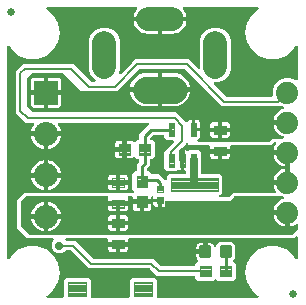
<source format=gtl>
G04 EAGLE Gerber RS-274X export*
G75*
%MOMM*%
%FSLAX34Y34*%
%LPD*%
%INTop Copper*%
%IPPOS*%
%AMOC8*
5,1,8,0,0,1.08239X$1,22.5*%
G01*
%ADD10C,0.102000*%
%ADD11C,0.300000*%
%ADD12C,0.635000*%
%ADD13C,0.102869*%
%ADD14C,0.100000*%
%ADD15C,0.099000*%
%ADD16C,1.879600*%
%ADD17R,2.032000X2.032000*%
%ADD18C,2.032000*%
%ADD19C,0.101600*%
%ADD20C,0.104000*%
%ADD21C,2.000000*%
%ADD22C,2.300000*%
%ADD23C,0.736600*%
%ADD24C,0.508000*%
%ADD25C,0.203200*%
%ADD26C,0.705600*%
%ADD27C,0.635000*%
%ADD28C,0.406400*%
%ADD29C,0.254000*%
%ADD30C,0.177800*%

G36*
X50858Y4073D02*
X50858Y4073D01*
X50916Y4071D01*
X50998Y4093D01*
X51082Y4105D01*
X51135Y4128D01*
X51191Y4143D01*
X51264Y4186D01*
X51341Y4221D01*
X51386Y4259D01*
X51436Y4288D01*
X51494Y4350D01*
X51558Y4404D01*
X51590Y4453D01*
X51630Y4496D01*
X51669Y4571D01*
X51716Y4641D01*
X51733Y4697D01*
X51760Y4749D01*
X51771Y4817D01*
X51801Y4912D01*
X51804Y5012D01*
X51815Y5080D01*
X51815Y18745D01*
X53899Y20829D01*
X72593Y20829D01*
X74677Y18745D01*
X74677Y5080D01*
X74685Y5022D01*
X74683Y4964D01*
X74705Y4882D01*
X74717Y4798D01*
X74740Y4745D01*
X74755Y4689D01*
X74798Y4616D01*
X74833Y4539D01*
X74871Y4494D01*
X74900Y4444D01*
X74962Y4386D01*
X75016Y4322D01*
X75065Y4290D01*
X75108Y4250D01*
X75183Y4211D01*
X75253Y4164D01*
X75309Y4147D01*
X75361Y4120D01*
X75429Y4109D01*
X75524Y4079D01*
X75624Y4076D01*
X75692Y4065D01*
X106680Y4065D01*
X106738Y4073D01*
X106796Y4071D01*
X106878Y4093D01*
X106962Y4105D01*
X107015Y4128D01*
X107071Y4143D01*
X107144Y4186D01*
X107221Y4221D01*
X107266Y4259D01*
X107316Y4288D01*
X107374Y4350D01*
X107438Y4404D01*
X107470Y4453D01*
X107510Y4496D01*
X107549Y4571D01*
X107596Y4641D01*
X107613Y4697D01*
X107640Y4749D01*
X107651Y4817D01*
X107681Y4912D01*
X107684Y5012D01*
X107695Y5080D01*
X107695Y18745D01*
X109779Y20829D01*
X128473Y20829D01*
X130557Y18745D01*
X130557Y5080D01*
X130565Y5022D01*
X130563Y4964D01*
X130585Y4882D01*
X130597Y4798D01*
X130620Y4745D01*
X130635Y4689D01*
X130678Y4616D01*
X130713Y4539D01*
X130751Y4494D01*
X130780Y4444D01*
X130842Y4386D01*
X130896Y4322D01*
X130945Y4290D01*
X130988Y4250D01*
X131063Y4211D01*
X131133Y4164D01*
X131189Y4147D01*
X131241Y4120D01*
X131309Y4109D01*
X131404Y4079D01*
X131504Y4076D01*
X131572Y4065D01*
X216067Y4065D01*
X216140Y4075D01*
X216214Y4075D01*
X216280Y4095D01*
X216349Y4105D01*
X216416Y4135D01*
X216486Y4155D01*
X216545Y4192D01*
X216608Y4221D01*
X216664Y4268D01*
X216726Y4308D01*
X216772Y4360D01*
X216825Y4404D01*
X216866Y4466D01*
X216915Y4521D01*
X216944Y4583D01*
X216983Y4641D01*
X217005Y4711D01*
X217036Y4778D01*
X217048Y4846D01*
X217068Y4912D01*
X217070Y4986D01*
X217082Y5058D01*
X217074Y5127D01*
X217076Y5196D01*
X217057Y5267D01*
X217048Y5341D01*
X217021Y5404D01*
X217004Y5471D01*
X216966Y5535D01*
X216938Y5602D01*
X216899Y5647D01*
X216859Y5716D01*
X216769Y5800D01*
X216720Y5858D01*
X211015Y10644D01*
X207029Y17549D01*
X205645Y25400D01*
X207029Y33251D01*
X211015Y40155D01*
X217122Y45280D01*
X224614Y48007D01*
X232586Y48007D01*
X240078Y45280D01*
X246185Y40156D01*
X248041Y36941D01*
X248053Y36926D01*
X248061Y36908D01*
X248140Y36814D01*
X248216Y36717D01*
X248232Y36706D01*
X248245Y36691D01*
X248347Y36622D01*
X248446Y36551D01*
X248465Y36544D01*
X248481Y36533D01*
X248599Y36496D01*
X248714Y36454D01*
X248734Y36453D01*
X248752Y36447D01*
X248875Y36444D01*
X248998Y36436D01*
X249017Y36441D01*
X249036Y36440D01*
X249155Y36471D01*
X249275Y36498D01*
X249293Y36507D01*
X249311Y36512D01*
X249417Y36574D01*
X249525Y36633D01*
X249539Y36647D01*
X249556Y36657D01*
X249640Y36747D01*
X249727Y36833D01*
X249737Y36850D01*
X249750Y36864D01*
X249806Y36974D01*
X249866Y37081D01*
X249871Y37100D01*
X249880Y37118D01*
X249892Y37190D01*
X249931Y37358D01*
X249929Y37409D01*
X249935Y37449D01*
X249935Y55046D01*
X249931Y55075D01*
X249934Y55104D01*
X249911Y55215D01*
X249895Y55327D01*
X249883Y55354D01*
X249878Y55383D01*
X249825Y55484D01*
X249779Y55587D01*
X249760Y55609D01*
X249747Y55635D01*
X249669Y55717D01*
X249596Y55804D01*
X249571Y55820D01*
X249551Y55841D01*
X249453Y55898D01*
X249359Y55961D01*
X249331Y55970D01*
X249306Y55985D01*
X249196Y56013D01*
X249088Y56047D01*
X249058Y56048D01*
X249030Y56055D01*
X248917Y56052D01*
X248804Y56054D01*
X248775Y56047D01*
X248746Y56046D01*
X248638Y56011D01*
X248529Y55983D01*
X248503Y55968D01*
X248475Y55959D01*
X248411Y55913D01*
X248284Y55837D01*
X248241Y55792D01*
X248202Y55764D01*
X246794Y54355D01*
X107346Y54355D01*
X107288Y54347D01*
X107230Y54349D01*
X107148Y54327D01*
X107064Y54315D01*
X107011Y54292D01*
X106955Y54277D01*
X106882Y54234D01*
X106805Y54199D01*
X106760Y54161D01*
X106710Y54132D01*
X106652Y54070D01*
X106588Y54016D01*
X106556Y53967D01*
X106516Y53924D01*
X106477Y53849D01*
X106430Y53779D01*
X106413Y53723D01*
X106386Y53671D01*
X106375Y53603D01*
X106345Y53508D01*
X106342Y53408D01*
X106331Y53340D01*
X106331Y51419D01*
X98774Y51419D01*
X98716Y51411D01*
X98658Y51413D01*
X98576Y51391D01*
X98493Y51379D01*
X98439Y51356D01*
X98383Y51341D01*
X98310Y51298D01*
X98233Y51263D01*
X98189Y51225D01*
X98138Y51196D01*
X98081Y51134D01*
X98016Y51080D01*
X97984Y51031D01*
X97944Y50988D01*
X97905Y50913D01*
X97859Y50843D01*
X97841Y50787D01*
X97814Y50735D01*
X97803Y50667D01*
X97790Y50625D01*
X97781Y50686D01*
X97757Y50739D01*
X97743Y50795D01*
X97699Y50868D01*
X97665Y50945D01*
X97627Y50990D01*
X97597Y51040D01*
X97536Y51098D01*
X97481Y51162D01*
X97433Y51194D01*
X97390Y51234D01*
X97315Y51273D01*
X97245Y51320D01*
X97189Y51337D01*
X97137Y51364D01*
X97069Y51375D01*
X96974Y51405D01*
X96874Y51408D01*
X96806Y51419D01*
X89249Y51419D01*
X89249Y53340D01*
X89241Y53398D01*
X89243Y53456D01*
X89221Y53538D01*
X89209Y53621D01*
X89186Y53675D01*
X89171Y53731D01*
X89128Y53804D01*
X89093Y53881D01*
X89055Y53926D01*
X89026Y53976D01*
X88964Y54034D01*
X88910Y54098D01*
X88861Y54130D01*
X88818Y54170D01*
X88743Y54209D01*
X88673Y54255D01*
X88617Y54273D01*
X88565Y54300D01*
X88497Y54311D01*
X88402Y54341D01*
X88302Y54344D01*
X88234Y54355D01*
X54136Y54355D01*
X54086Y54348D01*
X54036Y54350D01*
X53946Y54328D01*
X53854Y54315D01*
X53809Y54295D01*
X53760Y54283D01*
X53680Y54237D01*
X53595Y54199D01*
X53557Y54167D01*
X53513Y54142D01*
X53449Y54075D01*
X53378Y54016D01*
X53350Y53974D01*
X53315Y53938D01*
X53272Y53856D01*
X53220Y53779D01*
X53205Y53731D01*
X53182Y53687D01*
X53163Y53596D01*
X53135Y53508D01*
X53133Y53458D01*
X53123Y53409D01*
X53130Y53316D01*
X53127Y53224D01*
X53140Y53175D01*
X53144Y53125D01*
X53176Y53038D01*
X53199Y52949D01*
X53225Y52906D01*
X53242Y52859D01*
X53297Y52784D01*
X53344Y52704D01*
X53381Y52670D01*
X53411Y52630D01*
X53470Y52586D01*
X53552Y52510D01*
X53630Y52469D01*
X53682Y52432D01*
X53745Y52411D01*
X53805Y52380D01*
X53868Y52370D01*
X53951Y52342D01*
X54063Y52337D01*
X54136Y52325D01*
X61374Y52325D01*
X76316Y37382D01*
X76386Y37330D01*
X76450Y37270D01*
X76499Y37244D01*
X76544Y37211D01*
X76625Y37180D01*
X76703Y37140D01*
X76751Y37132D01*
X76809Y37110D01*
X76957Y37098D01*
X77034Y37085D01*
X127804Y37085D01*
X133856Y31032D01*
X133926Y30980D01*
X133990Y30920D01*
X134039Y30894D01*
X134084Y30861D01*
X134165Y30830D01*
X134243Y30790D01*
X134291Y30782D01*
X134349Y30760D01*
X134497Y30748D01*
X134574Y30735D01*
X162276Y30735D01*
X162334Y30743D01*
X162392Y30741D01*
X162474Y30763D01*
X162558Y30775D01*
X162611Y30798D01*
X162667Y30813D01*
X162740Y30856D01*
X162817Y30891D01*
X162862Y30929D01*
X162912Y30958D01*
X162970Y31020D01*
X163034Y31074D01*
X163066Y31123D01*
X163106Y31166D01*
X163145Y31241D01*
X163192Y31311D01*
X163209Y31367D01*
X163236Y31419D01*
X163247Y31487D01*
X163277Y31582D01*
X163280Y31682D01*
X163291Y31750D01*
X163291Y32640D01*
X165626Y34974D01*
X165661Y35021D01*
X165703Y35061D01*
X165746Y35134D01*
X165796Y35201D01*
X165817Y35256D01*
X165847Y35307D01*
X165868Y35388D01*
X165898Y35467D01*
X165903Y35525D01*
X165917Y35582D01*
X165914Y35666D01*
X165921Y35750D01*
X165910Y35808D01*
X165908Y35866D01*
X165882Y35946D01*
X165865Y36029D01*
X165838Y36081D01*
X165820Y36137D01*
X165780Y36193D01*
X165734Y36281D01*
X165666Y36354D01*
X165626Y36410D01*
X164837Y37199D01*
X164305Y38120D01*
X164029Y39148D01*
X164029Y41149D01*
X170554Y41149D01*
X170612Y41157D01*
X170670Y41155D01*
X170752Y41177D01*
X170835Y41189D01*
X170889Y41213D01*
X170945Y41227D01*
X171018Y41270D01*
X171095Y41305D01*
X171139Y41343D01*
X171190Y41373D01*
X171247Y41434D01*
X171312Y41489D01*
X171344Y41537D01*
X171384Y41580D01*
X171423Y41655D01*
X171469Y41725D01*
X171487Y41781D01*
X171514Y41833D01*
X171525Y41901D01*
X171555Y41996D01*
X171558Y42096D01*
X171569Y42164D01*
X171569Y43181D01*
X172586Y43181D01*
X172644Y43189D01*
X172702Y43188D01*
X172784Y43209D01*
X172867Y43221D01*
X172921Y43245D01*
X172977Y43259D01*
X173050Y43302D01*
X173127Y43337D01*
X173171Y43375D01*
X173222Y43405D01*
X173279Y43466D01*
X173344Y43521D01*
X173376Y43569D01*
X173416Y43612D01*
X173455Y43687D01*
X173501Y43757D01*
X173519Y43813D01*
X173546Y43865D01*
X173557Y43933D01*
X173587Y44028D01*
X173590Y44128D01*
X173601Y44196D01*
X173601Y50721D01*
X175602Y50721D01*
X176630Y50445D01*
X177551Y49913D01*
X178303Y49161D01*
X178835Y48240D01*
X179065Y47381D01*
X179069Y47372D01*
X179071Y47362D01*
X179125Y47242D01*
X179177Y47120D01*
X179183Y47112D01*
X179187Y47103D01*
X179272Y47002D01*
X179356Y46899D01*
X179364Y46894D01*
X179371Y46886D01*
X179481Y46812D01*
X179590Y46737D01*
X179599Y46734D01*
X179607Y46728D01*
X179734Y46688D01*
X179859Y46646D01*
X179869Y46646D01*
X179878Y46643D01*
X180011Y46639D01*
X180143Y46633D01*
X180153Y46636D01*
X180162Y46635D01*
X180290Y46669D01*
X180419Y46700D01*
X180428Y46705D01*
X180437Y46707D01*
X180550Y46774D01*
X180667Y46840D01*
X180673Y46848D01*
X180682Y46852D01*
X180772Y46949D01*
X180865Y47044D01*
X180870Y47053D01*
X180876Y47060D01*
X180937Y47177D01*
X180999Y47295D01*
X181001Y47304D01*
X181006Y47313D01*
X181015Y47369D01*
X181059Y47573D01*
X181055Y47608D01*
X181061Y47644D01*
X181061Y48564D01*
X183726Y51229D01*
X194494Y51229D01*
X197159Y48564D01*
X197159Y37796D01*
X195414Y36051D01*
X195379Y36004D01*
X195336Y35964D01*
X195293Y35891D01*
X195243Y35824D01*
X195222Y35769D01*
X195192Y35719D01*
X195172Y35637D01*
X195142Y35558D01*
X195137Y35500D01*
X195122Y35443D01*
X195125Y35359D01*
X195118Y35275D01*
X195129Y35217D01*
X195131Y35159D01*
X195157Y35079D01*
X195174Y34996D01*
X195201Y34944D01*
X195219Y34888D01*
X195259Y34832D01*
X195305Y34744D01*
X195374Y34671D01*
X195414Y34615D01*
X197389Y32640D01*
X197389Y20700D01*
X195310Y18621D01*
X182370Y18621D01*
X181058Y19933D01*
X181011Y19969D01*
X180971Y20011D01*
X180898Y20054D01*
X180831Y20104D01*
X180776Y20125D01*
X180726Y20155D01*
X180644Y20175D01*
X180565Y20206D01*
X180507Y20210D01*
X180450Y20225D01*
X180366Y20222D01*
X180282Y20229D01*
X180224Y20218D01*
X180166Y20216D01*
X180086Y20190D01*
X180003Y20173D01*
X179951Y20146D01*
X179895Y20128D01*
X179839Y20088D01*
X179751Y20042D01*
X179678Y19973D01*
X179622Y19933D01*
X178310Y18621D01*
X165370Y18621D01*
X163291Y20700D01*
X163291Y21590D01*
X163283Y21648D01*
X163285Y21706D01*
X163263Y21788D01*
X163251Y21872D01*
X163228Y21925D01*
X163213Y21981D01*
X163170Y22054D01*
X163135Y22131D01*
X163097Y22176D01*
X163068Y22226D01*
X163006Y22284D01*
X162952Y22348D01*
X162903Y22380D01*
X162860Y22420D01*
X162785Y22459D01*
X162715Y22506D01*
X162659Y22523D01*
X162607Y22550D01*
X162539Y22561D01*
X162444Y22591D01*
X162344Y22594D01*
X162276Y22605D01*
X130786Y22605D01*
X124734Y28658D01*
X124664Y28710D01*
X124600Y28770D01*
X124551Y28796D01*
X124506Y28829D01*
X124425Y28860D01*
X124347Y28900D01*
X124299Y28908D01*
X124241Y28930D01*
X124093Y28942D01*
X124016Y28955D01*
X73246Y28955D01*
X58304Y43898D01*
X58234Y43950D01*
X58170Y44010D01*
X58121Y44036D01*
X58076Y44069D01*
X57995Y44100D01*
X57917Y44140D01*
X57869Y44148D01*
X57811Y44170D01*
X57663Y44182D01*
X57586Y44195D01*
X54136Y44195D01*
X54049Y44183D01*
X53962Y44180D01*
X53909Y44163D01*
X53854Y44155D01*
X53775Y44120D01*
X53691Y44093D01*
X53652Y44065D01*
X53595Y44039D01*
X53482Y43943D01*
X53418Y43898D01*
X52073Y42553D01*
X49599Y41528D01*
X46921Y41528D01*
X44447Y42553D01*
X42553Y44447D01*
X41528Y46921D01*
X41528Y49599D01*
X42553Y52073D01*
X43102Y52622D01*
X43120Y52646D01*
X43142Y52665D01*
X43205Y52759D01*
X43273Y52849D01*
X43283Y52877D01*
X43300Y52901D01*
X43334Y53009D01*
X43374Y53115D01*
X43377Y53144D01*
X43385Y53172D01*
X43388Y53286D01*
X43398Y53398D01*
X43392Y53427D01*
X43393Y53456D01*
X43364Y53566D01*
X43342Y53677D01*
X43328Y53703D01*
X43321Y53731D01*
X43263Y53829D01*
X43211Y53929D01*
X43191Y53951D01*
X43176Y53976D01*
X43093Y54053D01*
X43015Y54135D01*
X42990Y54150D01*
X42968Y54170D01*
X42867Y54222D01*
X42770Y54279D01*
X42741Y54286D01*
X42715Y54300D01*
X42638Y54313D01*
X42494Y54349D01*
X42432Y54347D01*
X42384Y54355D01*
X21176Y54355D01*
X12445Y63086D01*
X12445Y86774D01*
X18636Y92965D01*
X110656Y92965D01*
X110685Y92969D01*
X110714Y92966D01*
X110742Y92972D01*
X110772Y92971D01*
X110854Y92993D01*
X110937Y93005D01*
X110964Y93017D01*
X110993Y93022D01*
X111019Y93036D01*
X111047Y93043D01*
X111119Y93086D01*
X111196Y93121D01*
X111219Y93140D01*
X111245Y93153D01*
X111266Y93173D01*
X111291Y93188D01*
X111349Y93250D01*
X111413Y93304D01*
X111430Y93329D01*
X111451Y93349D01*
X111466Y93374D01*
X111486Y93396D01*
X111524Y93471D01*
X111571Y93541D01*
X111580Y93569D01*
X111595Y93594D01*
X111602Y93623D01*
X111615Y93649D01*
X111627Y93717D01*
X111657Y93812D01*
X111658Y93842D01*
X111665Y93870D01*
X111663Y93932D01*
X111671Y93980D01*
X111663Y94038D01*
X111664Y94096D01*
X111657Y94125D01*
X111656Y94154D01*
X111639Y94207D01*
X111631Y94262D01*
X111607Y94315D01*
X111592Y94371D01*
X111577Y94396D01*
X111568Y94425D01*
X111540Y94464D01*
X111515Y94521D01*
X111477Y94566D01*
X111447Y94616D01*
X111402Y94659D01*
X111373Y94698D01*
X110061Y96010D01*
X110061Y108950D01*
X112140Y111029D01*
X112776Y111029D01*
X112834Y111037D01*
X112892Y111035D01*
X112974Y111057D01*
X113058Y111069D01*
X113111Y111092D01*
X113167Y111107D01*
X113240Y111150D01*
X113317Y111185D01*
X113362Y111223D01*
X113412Y111252D01*
X113470Y111314D01*
X113534Y111368D01*
X113566Y111417D01*
X113606Y111460D01*
X113645Y111535D01*
X113692Y111605D01*
X113709Y111661D01*
X113736Y111713D01*
X113747Y111781D01*
X113777Y111876D01*
X113780Y111976D01*
X113791Y112044D01*
X113791Y116969D01*
X115644Y118822D01*
X115696Y118891D01*
X115756Y118955D01*
X115782Y119005D01*
X115815Y119049D01*
X115846Y119130D01*
X115886Y119208D01*
X115894Y119256D01*
X115916Y119314D01*
X115928Y119462D01*
X115941Y119539D01*
X115941Y120476D01*
X115933Y120534D01*
X115935Y120592D01*
X115913Y120674D01*
X115901Y120758D01*
X115878Y120811D01*
X115863Y120867D01*
X115820Y120940D01*
X115785Y121017D01*
X115747Y121062D01*
X115718Y121112D01*
X115656Y121170D01*
X115602Y121234D01*
X115553Y121266D01*
X115510Y121306D01*
X115435Y121345D01*
X115365Y121392D01*
X115309Y121409D01*
X115257Y121436D01*
X115189Y121447D01*
X115094Y121477D01*
X114994Y121480D01*
X114926Y121491D01*
X113790Y121491D01*
X112119Y123163D01*
X112072Y123198D01*
X112032Y123240D01*
X111959Y123283D01*
X111892Y123334D01*
X111837Y123354D01*
X111786Y123384D01*
X111705Y123405D01*
X111626Y123435D01*
X111568Y123440D01*
X111511Y123454D01*
X111427Y123451D01*
X111343Y123458D01*
X111285Y123447D01*
X111227Y123445D01*
X111146Y123419D01*
X111064Y123402D01*
X111012Y123376D01*
X110956Y123358D01*
X110900Y123317D01*
X110811Y123271D01*
X110739Y123203D01*
X110683Y123163D01*
X110127Y122607D01*
X109434Y122206D01*
X108660Y121999D01*
X105291Y121999D01*
X105291Y128524D01*
X105283Y128582D01*
X105284Y128640D01*
X105263Y128722D01*
X105251Y128805D01*
X105227Y128859D01*
X105213Y128915D01*
X105170Y128988D01*
X105135Y129065D01*
X105097Y129109D01*
X105067Y129160D01*
X105006Y129217D01*
X104951Y129282D01*
X104903Y129314D01*
X104860Y129354D01*
X104785Y129393D01*
X104715Y129439D01*
X104659Y129457D01*
X104607Y129484D01*
X104539Y129495D01*
X104444Y129525D01*
X104344Y129528D01*
X104276Y129539D01*
X103259Y129539D01*
X103259Y129541D01*
X104276Y129541D01*
X104334Y129549D01*
X104392Y129548D01*
X104474Y129569D01*
X104557Y129581D01*
X104611Y129605D01*
X104667Y129619D01*
X104740Y129662D01*
X104817Y129697D01*
X104861Y129735D01*
X104912Y129765D01*
X104969Y129826D01*
X105034Y129881D01*
X105066Y129929D01*
X105106Y129972D01*
X105145Y130047D01*
X105191Y130117D01*
X105209Y130173D01*
X105236Y130225D01*
X105247Y130293D01*
X105277Y130388D01*
X105280Y130488D01*
X105291Y130556D01*
X105291Y137081D01*
X108660Y137081D01*
X109434Y136874D01*
X110127Y136473D01*
X110683Y135917D01*
X110730Y135882D01*
X110770Y135840D01*
X110843Y135797D01*
X110910Y135746D01*
X110965Y135726D01*
X111015Y135696D01*
X111097Y135675D01*
X111176Y135645D01*
X111234Y135640D01*
X111291Y135626D01*
X111375Y135629D01*
X111459Y135622D01*
X111516Y135633D01*
X111575Y135635D01*
X111655Y135661D01*
X111738Y135678D01*
X111790Y135705D01*
X111845Y135722D01*
X111901Y135763D01*
X111990Y135809D01*
X112063Y135877D01*
X112119Y135917D01*
X113790Y137589D01*
X114926Y137589D01*
X114984Y137597D01*
X115042Y137595D01*
X115124Y137617D01*
X115208Y137629D01*
X115261Y137652D01*
X115317Y137667D01*
X115390Y137710D01*
X115467Y137745D01*
X115512Y137783D01*
X115562Y137812D01*
X115620Y137874D01*
X115684Y137928D01*
X115716Y137977D01*
X115756Y138020D01*
X115795Y138095D01*
X115842Y138165D01*
X115859Y138221D01*
X115886Y138273D01*
X115897Y138341D01*
X115927Y138436D01*
X115930Y138536D01*
X115941Y138604D01*
X115941Y142369D01*
X123985Y150412D01*
X124002Y150436D01*
X124025Y150455D01*
X124087Y150549D01*
X124155Y150639D01*
X124166Y150667D01*
X124182Y150691D01*
X124216Y150799D01*
X124257Y150905D01*
X124259Y150934D01*
X124268Y150962D01*
X124271Y151076D01*
X124280Y151188D01*
X124274Y151217D01*
X124275Y151246D01*
X124247Y151356D01*
X124224Y151467D01*
X124211Y151493D01*
X124203Y151521D01*
X124146Y151619D01*
X124093Y151719D01*
X124073Y151741D01*
X124058Y151766D01*
X123976Y151843D01*
X123898Y151925D01*
X123872Y151940D01*
X123851Y151960D01*
X123750Y152012D01*
X123652Y152069D01*
X123624Y152076D01*
X123598Y152090D01*
X123520Y152103D01*
X123377Y152139D01*
X123314Y152137D01*
X123267Y152145D01*
X47732Y152145D01*
X47641Y152132D01*
X47549Y152129D01*
X47500Y152113D01*
X47450Y152105D01*
X47366Y152068D01*
X47279Y152039D01*
X47237Y152010D01*
X47191Y151989D01*
X47121Y151930D01*
X47045Y151878D01*
X47013Y151838D01*
X46974Y151806D01*
X46923Y151729D01*
X46864Y151658D01*
X46844Y151611D01*
X46816Y151569D01*
X46788Y151481D01*
X46752Y151397D01*
X46746Y151346D01*
X46730Y151298D01*
X46728Y151206D01*
X46717Y151115D01*
X46725Y151064D01*
X46723Y151014D01*
X46746Y150925D01*
X46761Y150834D01*
X46781Y150794D01*
X46795Y150739D01*
X46876Y150602D01*
X46910Y150533D01*
X47693Y149457D01*
X48600Y147675D01*
X49218Y145774D01*
X49367Y144831D01*
X37846Y144831D01*
X37788Y144823D01*
X37730Y144825D01*
X37648Y144803D01*
X37565Y144791D01*
X37511Y144767D01*
X37455Y144753D01*
X37382Y144710D01*
X37305Y144675D01*
X37261Y144637D01*
X37210Y144607D01*
X37153Y144546D01*
X37088Y144491D01*
X37056Y144443D01*
X37016Y144400D01*
X36977Y144325D01*
X36931Y144255D01*
X36913Y144199D01*
X36886Y144147D01*
X36875Y144079D01*
X36845Y143984D01*
X36842Y143884D01*
X36831Y143816D01*
X36831Y142799D01*
X36829Y142799D01*
X36829Y143816D01*
X36821Y143874D01*
X36822Y143932D01*
X36801Y144014D01*
X36789Y144097D01*
X36765Y144151D01*
X36751Y144207D01*
X36708Y144280D01*
X36673Y144357D01*
X36635Y144402D01*
X36605Y144452D01*
X36544Y144510D01*
X36489Y144574D01*
X36441Y144606D01*
X36398Y144646D01*
X36323Y144685D01*
X36253Y144731D01*
X36197Y144749D01*
X36145Y144776D01*
X36077Y144787D01*
X35982Y144817D01*
X35882Y144820D01*
X35814Y144831D01*
X24293Y144831D01*
X24442Y145774D01*
X25060Y147675D01*
X25967Y149457D01*
X26750Y150533D01*
X26793Y150614D01*
X26844Y150691D01*
X26859Y150740D01*
X26883Y150784D01*
X26902Y150874D01*
X26930Y150962D01*
X26931Y151013D01*
X26941Y151063D01*
X26934Y151154D01*
X26937Y151246D01*
X26924Y151295D01*
X26920Y151346D01*
X26888Y151433D01*
X26865Y151521D01*
X26839Y151565D01*
X26821Y151613D01*
X26767Y151687D01*
X26720Y151766D01*
X26683Y151801D01*
X26653Y151841D01*
X26580Y151897D01*
X26512Y151960D01*
X26467Y151984D01*
X26427Y152014D01*
X26341Y152048D01*
X26259Y152090D01*
X26215Y152097D01*
X26162Y152118D01*
X26004Y152133D01*
X25928Y152145D01*
X19906Y152145D01*
X17228Y154824D01*
X13854Y158198D01*
X11175Y160876D01*
X11175Y195994D01*
X17366Y202185D01*
X60104Y202185D01*
X75046Y187242D01*
X75116Y187190D01*
X75180Y187130D01*
X75229Y187104D01*
X75274Y187071D01*
X75355Y187040D01*
X75433Y187000D01*
X75481Y186992D01*
X75539Y186970D01*
X75687Y186958D01*
X75764Y186945D01*
X78061Y186945D01*
X78090Y186949D01*
X78119Y186946D01*
X78230Y186969D01*
X78342Y186985D01*
X78369Y186997D01*
X78398Y187002D01*
X78498Y187054D01*
X78601Y187101D01*
X78624Y187120D01*
X78650Y187133D01*
X78732Y187211D01*
X78818Y187284D01*
X78835Y187309D01*
X78856Y187329D01*
X78913Y187427D01*
X78976Y187521D01*
X78985Y187549D01*
X79000Y187574D01*
X79028Y187684D01*
X79062Y187792D01*
X79063Y187822D01*
X79070Y187850D01*
X79066Y187963D01*
X79069Y188076D01*
X79062Y188105D01*
X79061Y188134D01*
X79026Y188242D01*
X78997Y188351D01*
X78982Y188377D01*
X78973Y188405D01*
X78928Y188468D01*
X78852Y188596D01*
X78806Y188639D01*
X78778Y188678D01*
X75298Y192158D01*
X73311Y196954D01*
X73311Y222146D01*
X75298Y226942D01*
X78968Y230612D01*
X83764Y232599D01*
X88956Y232599D01*
X93752Y230612D01*
X97422Y226942D01*
X99409Y222146D01*
X99409Y196954D01*
X98415Y194556D01*
X98394Y194473D01*
X98363Y194392D01*
X98358Y194336D01*
X98344Y194281D01*
X98347Y194195D01*
X98340Y194109D01*
X98351Y194053D01*
X98352Y193996D01*
X98379Y193915D01*
X98395Y193830D01*
X98422Y193780D01*
X98439Y193726D01*
X98487Y193654D01*
X98526Y193578D01*
X98566Y193537D01*
X98597Y193489D01*
X98663Y193434D01*
X98722Y193372D01*
X98771Y193343D01*
X98815Y193306D01*
X98893Y193272D01*
X98968Y193228D01*
X99023Y193214D01*
X99075Y193191D01*
X99160Y193179D01*
X99243Y193158D01*
X99300Y193160D01*
X99356Y193152D01*
X99441Y193164D01*
X99527Y193167D01*
X99581Y193185D01*
X99638Y193193D01*
X99716Y193228D01*
X99798Y193255D01*
X99838Y193283D01*
X99897Y193310D01*
X100007Y193404D01*
X100071Y193449D01*
X109811Y203189D01*
X112489Y205868D01*
X157867Y205868D01*
X160546Y203189D01*
X165558Y198177D01*
X165582Y198159D01*
X165601Y198137D01*
X165695Y198074D01*
X165785Y198006D01*
X165813Y197995D01*
X165837Y197979D01*
X165945Y197945D01*
X166051Y197905D01*
X166080Y197902D01*
X166108Y197893D01*
X166222Y197890D01*
X166334Y197881D01*
X166363Y197887D01*
X166392Y197886D01*
X166502Y197915D01*
X166613Y197937D01*
X166639Y197950D01*
X166667Y197958D01*
X166765Y198016D01*
X166865Y198068D01*
X166887Y198088D01*
X166912Y198103D01*
X166989Y198186D01*
X167071Y198264D01*
X167086Y198289D01*
X167106Y198310D01*
X167158Y198411D01*
X167215Y198509D01*
X167222Y198537D01*
X167236Y198564D01*
X167249Y198641D01*
X167285Y198785D01*
X167283Y198847D01*
X167291Y198895D01*
X167291Y222146D01*
X169278Y226942D01*
X172948Y230612D01*
X177744Y232599D01*
X182936Y232599D01*
X187732Y230612D01*
X191402Y226942D01*
X193389Y222146D01*
X193389Y196954D01*
X191402Y192158D01*
X187732Y188488D01*
X182936Y186501D01*
X179685Y186501D01*
X179656Y186497D01*
X179626Y186500D01*
X179515Y186477D01*
X179403Y186461D01*
X179376Y186449D01*
X179348Y186444D01*
X179247Y186392D01*
X179144Y186345D01*
X179121Y186326D01*
X179095Y186313D01*
X179013Y186235D01*
X178927Y186162D01*
X178911Y186137D01*
X178889Y186117D01*
X178832Y186019D01*
X178769Y185925D01*
X178760Y185897D01*
X178745Y185872D01*
X178718Y185762D01*
X178683Y185654D01*
X178683Y185624D01*
X178675Y185596D01*
X178679Y185483D01*
X178676Y185370D01*
X178683Y185341D01*
X178684Y185312D01*
X178719Y185204D01*
X178748Y185095D01*
X178763Y185069D01*
X178772Y185041D01*
X178817Y184978D01*
X178893Y184850D01*
X178939Y184807D01*
X178967Y184768D01*
X189193Y174542D01*
X189263Y174490D01*
X189326Y174430D01*
X189376Y174404D01*
X189420Y174371D01*
X189502Y174340D01*
X189580Y174300D01*
X189627Y174292D01*
X189686Y174270D01*
X189833Y174258D01*
X189911Y174245D01*
X227838Y174245D01*
X227896Y174253D01*
X227954Y174251D01*
X228036Y174273D01*
X228120Y174285D01*
X228173Y174308D01*
X228229Y174323D01*
X228302Y174366D01*
X228379Y174401D01*
X228424Y174439D01*
X228474Y174468D01*
X228532Y174530D01*
X228596Y174584D01*
X228628Y174633D01*
X228668Y174676D01*
X228707Y174751D01*
X228754Y174821D01*
X228771Y174877D01*
X228798Y174929D01*
X228809Y174997D01*
X228839Y175092D01*
X228842Y175192D01*
X228853Y175260D01*
X228853Y180276D01*
X230748Y184851D01*
X234249Y188352D01*
X238824Y190247D01*
X243776Y190247D01*
X248531Y188277D01*
X248643Y188248D01*
X248752Y188214D01*
X248780Y188213D01*
X248807Y188206D01*
X248921Y188209D01*
X249036Y188206D01*
X249063Y188213D01*
X249091Y188214D01*
X249200Y188249D01*
X249311Y188278D01*
X249335Y188292D01*
X249362Y188301D01*
X249457Y188365D01*
X249556Y188423D01*
X249575Y188444D01*
X249598Y188459D01*
X249672Y188547D01*
X249750Y188631D01*
X249763Y188655D01*
X249781Y188677D01*
X249827Y188781D01*
X249880Y188884D01*
X249884Y188908D01*
X249896Y188936D01*
X249933Y189200D01*
X249935Y189215D01*
X249935Y216551D01*
X249933Y216571D01*
X249935Y216590D01*
X249913Y216711D01*
X249895Y216833D01*
X249887Y216851D01*
X249884Y216870D01*
X249829Y216980D01*
X249779Y217092D01*
X249767Y217107D01*
X249758Y217125D01*
X249675Y217216D01*
X249596Y217309D01*
X249579Y217320D01*
X249566Y217335D01*
X249461Y217399D01*
X249359Y217467D01*
X249340Y217473D01*
X249324Y217483D01*
X249205Y217516D01*
X249088Y217553D01*
X249068Y217553D01*
X249049Y217558D01*
X248927Y217557D01*
X248804Y217560D01*
X248785Y217555D01*
X248765Y217555D01*
X248647Y217519D01*
X248529Y217488D01*
X248512Y217478D01*
X248493Y217472D01*
X248390Y217406D01*
X248284Y217343D01*
X248271Y217329D01*
X248254Y217318D01*
X248208Y217261D01*
X248090Y217136D01*
X248066Y217090D01*
X248041Y217059D01*
X246185Y213844D01*
X240078Y208720D01*
X232586Y205993D01*
X224614Y205993D01*
X217122Y208720D01*
X211015Y213844D01*
X207029Y220749D01*
X205645Y228600D01*
X207029Y236451D01*
X211015Y243355D01*
X216720Y248142D01*
X216769Y248197D01*
X216825Y248245D01*
X216864Y248302D01*
X216910Y248354D01*
X216942Y248420D01*
X216983Y248481D01*
X217004Y248547D01*
X217034Y248610D01*
X217046Y248682D01*
X217068Y248752D01*
X217070Y248821D01*
X217082Y248890D01*
X217074Y248963D01*
X217076Y249036D01*
X217058Y249103D01*
X217051Y249172D01*
X217023Y249240D01*
X217004Y249311D01*
X216969Y249371D01*
X216942Y249435D01*
X216896Y249493D01*
X216859Y249556D01*
X216808Y249603D01*
X216765Y249657D01*
X216705Y249700D01*
X216651Y249750D01*
X216590Y249782D01*
X216533Y249822D01*
X216464Y249846D01*
X216398Y249880D01*
X216340Y249890D01*
X216265Y249916D01*
X216143Y249923D01*
X216067Y249935D01*
X153631Y249935D01*
X153602Y249931D01*
X153572Y249934D01*
X153461Y249911D01*
X153350Y249895D01*
X153323Y249883D01*
X153294Y249878D01*
X153193Y249826D01*
X153090Y249779D01*
X153068Y249760D01*
X153041Y249747D01*
X152960Y249669D01*
X152873Y249596D01*
X152857Y249571D01*
X152835Y249551D01*
X152778Y249453D01*
X152716Y249359D01*
X152707Y249331D01*
X152692Y249305D01*
X152664Y249196D01*
X152630Y249088D01*
X152629Y249058D01*
X152622Y249030D01*
X152625Y248917D01*
X152622Y248804D01*
X152630Y248775D01*
X152631Y248746D01*
X152666Y248638D01*
X152694Y248529D01*
X152709Y248503D01*
X152718Y248475D01*
X152764Y248411D01*
X152840Y248284D01*
X152885Y248241D01*
X152913Y248202D01*
X152916Y248200D01*
X154076Y246603D01*
X154972Y244844D01*
X155582Y242967D01*
X155725Y242061D01*
X134366Y242061D01*
X134308Y242053D01*
X134250Y242055D01*
X134168Y242033D01*
X134085Y242021D01*
X134031Y241997D01*
X133975Y241983D01*
X133902Y241940D01*
X133825Y241905D01*
X133781Y241867D01*
X133730Y241837D01*
X133673Y241776D01*
X133608Y241721D01*
X133576Y241673D01*
X133536Y241630D01*
X133497Y241555D01*
X133451Y241485D01*
X133433Y241429D01*
X133406Y241377D01*
X133395Y241309D01*
X133365Y241214D01*
X133362Y241114D01*
X133351Y241046D01*
X133351Y240029D01*
X133349Y240029D01*
X133349Y241046D01*
X133341Y241104D01*
X133342Y241162D01*
X133321Y241244D01*
X133309Y241327D01*
X133285Y241381D01*
X133271Y241437D01*
X133228Y241510D01*
X133193Y241587D01*
X133155Y241632D01*
X133125Y241682D01*
X133064Y241740D01*
X133009Y241804D01*
X132961Y241836D01*
X132918Y241876D01*
X132843Y241915D01*
X132773Y241961D01*
X132717Y241979D01*
X132665Y242006D01*
X132597Y242017D01*
X132502Y242047D01*
X132402Y242050D01*
X132334Y242061D01*
X110975Y242061D01*
X111118Y242967D01*
X111728Y244844D01*
X112624Y246603D01*
X113784Y248200D01*
X113787Y248202D01*
X113804Y248225D01*
X113827Y248245D01*
X113890Y248339D01*
X113958Y248429D01*
X113968Y248457D01*
X113984Y248481D01*
X114019Y248589D01*
X114059Y248695D01*
X114061Y248724D01*
X114070Y248752D01*
X114073Y248865D01*
X114083Y248978D01*
X114077Y249007D01*
X114078Y249036D01*
X114049Y249146D01*
X114027Y249257D01*
X114013Y249283D01*
X114006Y249311D01*
X113948Y249409D01*
X113896Y249509D01*
X113876Y249530D01*
X113860Y249556D01*
X113778Y249633D01*
X113700Y249715D01*
X113675Y249730D01*
X113653Y249750D01*
X113552Y249802D01*
X113455Y249859D01*
X113426Y249866D01*
X113400Y249880D01*
X113323Y249893D01*
X113179Y249929D01*
X113117Y249927D01*
X113069Y249935D01*
X37933Y249935D01*
X37860Y249925D01*
X37786Y249925D01*
X37720Y249905D01*
X37651Y249895D01*
X37584Y249865D01*
X37514Y249845D01*
X37455Y249808D01*
X37392Y249779D01*
X37336Y249732D01*
X37274Y249692D01*
X37228Y249640D01*
X37175Y249596D01*
X37134Y249534D01*
X37085Y249479D01*
X37056Y249417D01*
X37017Y249359D01*
X36995Y249289D01*
X36964Y249222D01*
X36952Y249154D01*
X36932Y249088D01*
X36930Y249014D01*
X36918Y248942D01*
X36926Y248873D01*
X36924Y248804D01*
X36943Y248733D01*
X36952Y248659D01*
X36979Y248596D01*
X36996Y248529D01*
X37034Y248465D01*
X37062Y248398D01*
X37101Y248353D01*
X37141Y248284D01*
X37231Y248200D01*
X37280Y248142D01*
X42985Y243356D01*
X46971Y236451D01*
X48355Y228600D01*
X46971Y220749D01*
X42985Y213845D01*
X36878Y208720D01*
X29386Y205993D01*
X21414Y205993D01*
X13922Y208720D01*
X7815Y213844D01*
X5959Y217059D01*
X5947Y217074D01*
X5939Y217092D01*
X5860Y217186D01*
X5784Y217283D01*
X5768Y217294D01*
X5755Y217309D01*
X5653Y217378D01*
X5554Y217449D01*
X5535Y217456D01*
X5519Y217467D01*
X5401Y217504D01*
X5286Y217546D01*
X5266Y217547D01*
X5248Y217553D01*
X5125Y217556D01*
X5002Y217564D01*
X4983Y217559D01*
X4964Y217560D01*
X4845Y217529D01*
X4725Y217502D01*
X4707Y217493D01*
X4689Y217488D01*
X4583Y217426D01*
X4475Y217367D01*
X4461Y217353D01*
X4444Y217343D01*
X4360Y217253D01*
X4273Y217167D01*
X4263Y217150D01*
X4250Y217136D01*
X4194Y217026D01*
X4134Y216919D01*
X4129Y216900D01*
X4120Y216882D01*
X4108Y216810D01*
X4069Y216642D01*
X4071Y216591D01*
X4065Y216551D01*
X4065Y37449D01*
X4067Y37429D01*
X4065Y37410D01*
X4087Y37289D01*
X4105Y37167D01*
X4113Y37149D01*
X4116Y37130D01*
X4171Y37020D01*
X4221Y36908D01*
X4233Y36893D01*
X4242Y36875D01*
X4325Y36784D01*
X4404Y36691D01*
X4421Y36680D01*
X4434Y36665D01*
X4539Y36601D01*
X4641Y36533D01*
X4660Y36527D01*
X4676Y36517D01*
X4795Y36484D01*
X4912Y36447D01*
X4932Y36447D01*
X4951Y36442D01*
X5073Y36443D01*
X5196Y36440D01*
X5215Y36445D01*
X5235Y36445D01*
X5353Y36481D01*
X5471Y36512D01*
X5488Y36522D01*
X5507Y36528D01*
X5610Y36594D01*
X5716Y36657D01*
X5729Y36671D01*
X5746Y36682D01*
X5792Y36739D01*
X5910Y36864D01*
X5934Y36910D01*
X5959Y36941D01*
X7815Y40156D01*
X13922Y45280D01*
X21414Y48007D01*
X29386Y48007D01*
X36878Y45280D01*
X42985Y40156D01*
X46971Y33251D01*
X48355Y25400D01*
X46971Y17549D01*
X42985Y10645D01*
X37280Y5858D01*
X37231Y5803D01*
X37175Y5755D01*
X37136Y5698D01*
X37090Y5646D01*
X37058Y5580D01*
X37017Y5519D01*
X36996Y5453D01*
X36966Y5390D01*
X36954Y5318D01*
X36932Y5248D01*
X36930Y5179D01*
X36918Y5110D01*
X36926Y5037D01*
X36924Y4964D01*
X36942Y4897D01*
X36949Y4828D01*
X36977Y4760D01*
X36996Y4689D01*
X37031Y4629D01*
X37058Y4565D01*
X37104Y4507D01*
X37141Y4444D01*
X37192Y4397D01*
X37235Y4343D01*
X37295Y4300D01*
X37349Y4250D01*
X37410Y4218D01*
X37467Y4178D01*
X37536Y4154D01*
X37602Y4120D01*
X37660Y4110D01*
X37735Y4084D01*
X37857Y4077D01*
X37933Y4065D01*
X50800Y4065D01*
X50858Y4073D01*
G37*
G36*
X239483Y57409D02*
X239483Y57409D01*
X239514Y57407D01*
X239591Y57424D01*
X239734Y57445D01*
X239793Y57471D01*
X239841Y57482D01*
X239961Y57532D01*
X242639Y57532D01*
X242759Y57482D01*
X242789Y57474D01*
X242816Y57460D01*
X242894Y57447D01*
X243034Y57411D01*
X243099Y57413D01*
X243148Y57405D01*
X245110Y57405D01*
X245197Y57417D01*
X245284Y57420D01*
X245337Y57437D01*
X245392Y57445D01*
X245471Y57480D01*
X245555Y57507D01*
X245594Y57535D01*
X245651Y57561D01*
X245764Y57657D01*
X245828Y57702D01*
X249638Y61512D01*
X249690Y61582D01*
X249750Y61646D01*
X249776Y61695D01*
X249809Y61739D01*
X249840Y61821D01*
X249880Y61899D01*
X249888Y61947D01*
X249910Y62005D01*
X249922Y62153D01*
X249935Y62230D01*
X249935Y65724D01*
X249922Y65815D01*
X249919Y65907D01*
X249903Y65956D01*
X249895Y66006D01*
X249858Y66090D01*
X249829Y66177D01*
X249800Y66219D01*
X249779Y66265D01*
X249720Y66335D01*
X249668Y66411D01*
X249628Y66443D01*
X249596Y66482D01*
X249519Y66533D01*
X249448Y66592D01*
X249401Y66612D01*
X249359Y66640D01*
X249271Y66668D01*
X249187Y66704D01*
X249136Y66710D01*
X249088Y66726D01*
X248996Y66728D01*
X248905Y66739D01*
X248854Y66732D01*
X248804Y66733D01*
X248715Y66710D01*
X248624Y66695D01*
X248584Y66675D01*
X248529Y66661D01*
X248392Y66580D01*
X248323Y66546D01*
X247557Y65989D01*
X245883Y65136D01*
X244096Y64555D01*
X243331Y64434D01*
X243331Y75184D01*
X243323Y75242D01*
X243325Y75300D01*
X243303Y75382D01*
X243291Y75465D01*
X243267Y75519D01*
X243253Y75575D01*
X243210Y75648D01*
X243175Y75725D01*
X243137Y75769D01*
X243107Y75820D01*
X243046Y75877D01*
X242991Y75942D01*
X242943Y75974D01*
X242900Y76014D01*
X242825Y76053D01*
X242755Y76099D01*
X242699Y76117D01*
X242647Y76144D01*
X242579Y76155D01*
X242484Y76185D01*
X242384Y76188D01*
X242316Y76199D01*
X241299Y76199D01*
X241299Y77216D01*
X241291Y77274D01*
X241292Y77332D01*
X241271Y77414D01*
X241259Y77497D01*
X241235Y77551D01*
X241221Y77607D01*
X241178Y77680D01*
X241143Y77757D01*
X241105Y77802D01*
X241075Y77852D01*
X241014Y77910D01*
X240959Y77974D01*
X240911Y78006D01*
X240868Y78046D01*
X240793Y78085D01*
X240723Y78131D01*
X240667Y78149D01*
X240615Y78176D01*
X240547Y78187D01*
X240452Y78217D01*
X240352Y78220D01*
X240284Y78231D01*
X229534Y78231D01*
X229655Y78996D01*
X230236Y80783D01*
X231089Y82457D01*
X232194Y83978D01*
X233522Y85306D01*
X235043Y86411D01*
X236717Y87264D01*
X237837Y87628D01*
X237899Y87658D01*
X237965Y87679D01*
X238026Y87720D01*
X238092Y87753D01*
X238143Y87799D01*
X238201Y87838D01*
X238248Y87894D01*
X238303Y87943D01*
X238339Y88002D01*
X238384Y88055D01*
X238414Y88122D01*
X238452Y88185D01*
X238471Y88252D01*
X238499Y88315D01*
X238509Y88388D01*
X238529Y88459D01*
X238529Y88528D01*
X238538Y88597D01*
X238528Y88670D01*
X238527Y88743D01*
X238507Y88809D01*
X238497Y88878D01*
X238467Y88945D01*
X238446Y89016D01*
X238409Y89074D01*
X238380Y89137D01*
X238333Y89193D01*
X238293Y89255D01*
X238241Y89301D01*
X238196Y89353D01*
X238143Y89386D01*
X238079Y89443D01*
X237975Y89492D01*
X237911Y89531D01*
X237171Y89838D01*
X237141Y89846D01*
X237114Y89860D01*
X237036Y89873D01*
X236896Y89909D01*
X236832Y89907D01*
X236783Y89915D01*
X196850Y89915D01*
X196763Y89903D01*
X196676Y89900D01*
X196623Y89883D01*
X196569Y89875D01*
X196489Y89840D01*
X196405Y89813D01*
X196366Y89785D01*
X196309Y89759D01*
X196196Y89663D01*
X196132Y89618D01*
X192620Y86105D01*
X138430Y86105D01*
X138372Y86097D01*
X138314Y86099D01*
X138232Y86077D01*
X138149Y86065D01*
X138095Y86042D01*
X138039Y86027D01*
X137966Y85984D01*
X137889Y85949D01*
X137844Y85911D01*
X137794Y85882D01*
X137736Y85820D01*
X137672Y85766D01*
X137640Y85717D01*
X137600Y85674D01*
X137561Y85599D01*
X137515Y85529D01*
X137497Y85473D01*
X137470Y85421D01*
X137459Y85353D01*
X137429Y85258D01*
X137426Y85158D01*
X137415Y85090D01*
X137415Y81337D01*
X137018Y81107D01*
X136242Y80899D01*
X134849Y80899D01*
X134849Y85956D01*
X134841Y86014D01*
X134843Y86072D01*
X134821Y86154D01*
X134809Y86237D01*
X134786Y86291D01*
X134771Y86347D01*
X134728Y86420D01*
X134693Y86497D01*
X134655Y86541D01*
X134626Y86592D01*
X134564Y86649D01*
X134510Y86714D01*
X134461Y86746D01*
X134418Y86786D01*
X134343Y86825D01*
X134273Y86871D01*
X134217Y86889D01*
X134165Y86916D01*
X134097Y86927D01*
X134002Y86957D01*
X133902Y86960D01*
X133875Y86964D01*
X133873Y86982D01*
X133874Y87040D01*
X133853Y87122D01*
X133841Y87206D01*
X133817Y87259D01*
X133803Y87315D01*
X133759Y87388D01*
X133725Y87465D01*
X133687Y87510D01*
X133657Y87560D01*
X133596Y87618D01*
X133541Y87682D01*
X133493Y87714D01*
X133450Y87754D01*
X133375Y87793D01*
X133305Y87840D01*
X133249Y87857D01*
X133197Y87884D01*
X133129Y87895D01*
X133034Y87925D01*
X132934Y87928D01*
X132866Y87939D01*
X127809Y87939D01*
X127809Y88900D01*
X127802Y88954D01*
X127803Y88994D01*
X127802Y88996D01*
X127803Y89016D01*
X127781Y89098D01*
X127769Y89182D01*
X127746Y89235D01*
X127731Y89291D01*
X127688Y89364D01*
X127653Y89441D01*
X127615Y89486D01*
X127586Y89536D01*
X127524Y89594D01*
X127470Y89658D01*
X127421Y89690D01*
X127378Y89730D01*
X127303Y89769D01*
X127233Y89816D01*
X127177Y89833D01*
X127125Y89860D01*
X127057Y89871D01*
X126962Y89901D01*
X126862Y89904D01*
X126794Y89915D01*
X126666Y89915D01*
X126608Y89907D01*
X126550Y89909D01*
X126468Y89887D01*
X126384Y89875D01*
X126331Y89852D01*
X126275Y89837D01*
X126202Y89794D01*
X126125Y89759D01*
X126080Y89721D01*
X126030Y89692D01*
X125972Y89630D01*
X125908Y89576D01*
X125876Y89527D01*
X125836Y89484D01*
X125797Y89409D01*
X125750Y89339D01*
X125733Y89283D01*
X125706Y89231D01*
X125695Y89163D01*
X125665Y89068D01*
X125662Y88968D01*
X125651Y88900D01*
X125651Y87511D01*
X119126Y87511D01*
X119068Y87503D01*
X119010Y87504D01*
X118928Y87483D01*
X118845Y87471D01*
X118791Y87447D01*
X118735Y87433D01*
X118662Y87390D01*
X118585Y87355D01*
X118541Y87317D01*
X118490Y87287D01*
X118433Y87226D01*
X118368Y87171D01*
X118336Y87123D01*
X118296Y87080D01*
X118257Y87005D01*
X118211Y86935D01*
X118193Y86879D01*
X118166Y86827D01*
X118155Y86759D01*
X118125Y86664D01*
X118122Y86564D01*
X118111Y86496D01*
X118111Y85479D01*
X118109Y85479D01*
X118109Y86496D01*
X118101Y86554D01*
X118102Y86612D01*
X118081Y86694D01*
X118069Y86777D01*
X118045Y86831D01*
X118031Y86887D01*
X117988Y86960D01*
X117953Y87037D01*
X117915Y87081D01*
X117885Y87132D01*
X117824Y87189D01*
X117769Y87254D01*
X117721Y87286D01*
X117678Y87326D01*
X117603Y87365D01*
X117533Y87411D01*
X117477Y87429D01*
X117425Y87456D01*
X117357Y87467D01*
X117262Y87497D01*
X117162Y87500D01*
X117094Y87511D01*
X110569Y87511D01*
X110569Y88900D01*
X110562Y88954D01*
X110563Y88994D01*
X110562Y88996D01*
X110563Y89016D01*
X110541Y89098D01*
X110529Y89182D01*
X110506Y89235D01*
X110491Y89291D01*
X110448Y89364D01*
X110413Y89441D01*
X110375Y89486D01*
X110346Y89536D01*
X110284Y89594D01*
X110230Y89658D01*
X110181Y89690D01*
X110138Y89730D01*
X110063Y89769D01*
X109993Y89816D01*
X109937Y89833D01*
X109885Y89860D01*
X109817Y89871D01*
X109722Y89901D01*
X109622Y89904D01*
X109554Y89915D01*
X106989Y89915D01*
X106951Y89910D01*
X106911Y89912D01*
X106810Y89890D01*
X106708Y89875D01*
X106672Y89859D01*
X106634Y89851D01*
X106543Y89801D01*
X106448Y89759D01*
X106419Y89734D01*
X106384Y89715D01*
X106310Y89642D01*
X106231Y89576D01*
X106210Y89543D01*
X106182Y89515D01*
X106131Y89425D01*
X106074Y89339D01*
X106062Y89302D01*
X106043Y89268D01*
X106019Y89167D01*
X105988Y89068D01*
X105987Y89029D01*
X105978Y88991D01*
X105983Y88887D01*
X105981Y88784D01*
X105991Y88746D01*
X105993Y88707D01*
X106020Y88634D01*
X106052Y88509D01*
X106065Y88487D01*
X106065Y88486D01*
X106091Y88443D01*
X106110Y88392D01*
X106122Y88371D01*
X106331Y87593D01*
X106331Y85709D01*
X98774Y85709D01*
X98716Y85701D01*
X98658Y85703D01*
X98576Y85681D01*
X98493Y85669D01*
X98439Y85646D01*
X98383Y85631D01*
X98310Y85588D01*
X98233Y85553D01*
X98189Y85515D01*
X98138Y85486D01*
X98081Y85424D01*
X98016Y85370D01*
X97984Y85321D01*
X97944Y85278D01*
X97905Y85203D01*
X97859Y85133D01*
X97841Y85077D01*
X97814Y85025D01*
X97803Y84957D01*
X97790Y84915D01*
X97781Y84976D01*
X97757Y85029D01*
X97743Y85085D01*
X97699Y85158D01*
X97665Y85235D01*
X97627Y85280D01*
X97597Y85330D01*
X97536Y85388D01*
X97481Y85452D01*
X97433Y85484D01*
X97390Y85524D01*
X97315Y85563D01*
X97245Y85610D01*
X97189Y85627D01*
X97137Y85654D01*
X97069Y85665D01*
X96974Y85695D01*
X96874Y85698D01*
X96806Y85709D01*
X89249Y85709D01*
X89249Y87593D01*
X89458Y88371D01*
X89470Y88392D01*
X89481Y88421D01*
X89493Y88439D01*
X89495Y88444D01*
X89506Y88461D01*
X89538Y88560D01*
X89576Y88656D01*
X89580Y88695D01*
X89592Y88732D01*
X89595Y88836D01*
X89605Y88939D01*
X89598Y88977D01*
X89599Y89016D01*
X89573Y89116D01*
X89555Y89219D01*
X89537Y89254D01*
X89528Y89291D01*
X89475Y89380D01*
X89429Y89473D01*
X89402Y89502D01*
X89382Y89536D01*
X89307Y89607D01*
X89237Y89683D01*
X89204Y89704D01*
X89175Y89730D01*
X89083Y89778D01*
X88994Y89832D01*
X88957Y89842D01*
X88922Y89860D01*
X88845Y89873D01*
X88720Y89907D01*
X88646Y89906D01*
X88591Y89915D01*
X20320Y89915D01*
X20233Y89903D01*
X20146Y89900D01*
X20093Y89883D01*
X20039Y89875D01*
X19959Y89840D01*
X19875Y89813D01*
X19836Y89785D01*
X19779Y89759D01*
X19666Y89663D01*
X19602Y89618D01*
X15792Y85808D01*
X15740Y85738D01*
X15680Y85674D01*
X15654Y85625D01*
X15621Y85581D01*
X15590Y85499D01*
X15550Y85421D01*
X15542Y85374D01*
X15520Y85315D01*
X15508Y85167D01*
X15495Y85090D01*
X15495Y64770D01*
X15507Y64683D01*
X15510Y64596D01*
X15527Y64543D01*
X15535Y64489D01*
X15570Y64409D01*
X15597Y64325D01*
X15625Y64286D01*
X15651Y64229D01*
X15747Y64116D01*
X15792Y64052D01*
X22142Y57702D01*
X22212Y57650D01*
X22276Y57590D01*
X22325Y57564D01*
X22369Y57531D01*
X22451Y57500D01*
X22529Y57460D01*
X22577Y57452D01*
X22635Y57430D01*
X22783Y57418D01*
X22860Y57405D01*
X239452Y57405D01*
X239483Y57409D01*
G37*
G36*
X226147Y136157D02*
X226147Y136157D01*
X226234Y136160D01*
X226287Y136177D01*
X226342Y136185D01*
X226421Y136220D01*
X226505Y136247D01*
X226544Y136275D01*
X226601Y136301D01*
X226714Y136397D01*
X226778Y136442D01*
X229021Y138685D01*
X236783Y138685D01*
X236813Y138689D01*
X236844Y138687D01*
X236921Y138704D01*
X237064Y138725D01*
X237123Y138751D01*
X237171Y138762D01*
X237911Y139069D01*
X237971Y139104D01*
X238035Y139130D01*
X238093Y139176D01*
X238156Y139213D01*
X238204Y139263D01*
X238258Y139306D01*
X238301Y139366D01*
X238351Y139420D01*
X238383Y139481D01*
X238423Y139538D01*
X238448Y139607D01*
X238482Y139673D01*
X238495Y139740D01*
X238518Y139806D01*
X238522Y139879D01*
X238537Y139952D01*
X238531Y140020D01*
X238535Y140089D01*
X238519Y140161D01*
X238512Y140235D01*
X238487Y140299D01*
X238472Y140367D01*
X238437Y140431D01*
X238410Y140500D01*
X238368Y140555D01*
X238335Y140616D01*
X238283Y140668D01*
X238239Y140727D01*
X238183Y140768D01*
X238134Y140817D01*
X238079Y140846D01*
X238011Y140897D01*
X237903Y140938D01*
X237837Y140972D01*
X236717Y141336D01*
X235043Y142189D01*
X233522Y143294D01*
X232194Y144622D01*
X231089Y146143D01*
X230236Y147817D01*
X229655Y149604D01*
X229534Y150369D01*
X240284Y150369D01*
X240342Y150377D01*
X240400Y150375D01*
X240482Y150397D01*
X240565Y150409D01*
X240619Y150433D01*
X240675Y150447D01*
X240748Y150490D01*
X240825Y150525D01*
X240869Y150563D01*
X240920Y150593D01*
X240977Y150654D01*
X241042Y150709D01*
X241074Y150757D01*
X241114Y150800D01*
X241153Y150875D01*
X241199Y150945D01*
X241217Y151001D01*
X241244Y151053D01*
X241255Y151121D01*
X241285Y151216D01*
X241288Y151316D01*
X241299Y151384D01*
X241299Y153416D01*
X241291Y153472D01*
X241292Y153520D01*
X241292Y153521D01*
X241292Y153532D01*
X241271Y153614D01*
X241259Y153697D01*
X241235Y153751D01*
X241221Y153807D01*
X241178Y153880D01*
X241143Y153957D01*
X241105Y154002D01*
X241075Y154052D01*
X241014Y154110D01*
X240959Y154174D01*
X240911Y154206D01*
X240868Y154246D01*
X240793Y154285D01*
X240723Y154331D01*
X240667Y154349D01*
X240615Y154376D01*
X240547Y154387D01*
X240452Y154417D01*
X240352Y154420D01*
X240284Y154431D01*
X229534Y154431D01*
X229655Y155196D01*
X230236Y156983D01*
X231089Y158657D01*
X232194Y160178D01*
X233522Y161506D01*
X235043Y162611D01*
X236717Y163464D01*
X237837Y163828D01*
X237899Y163858D01*
X237965Y163879D01*
X238026Y163920D01*
X238092Y163953D01*
X238143Y163999D01*
X238201Y164038D01*
X238248Y164094D01*
X238303Y164143D01*
X238339Y164202D01*
X238384Y164255D01*
X238414Y164322D01*
X238453Y164385D01*
X238471Y164452D01*
X238499Y164515D01*
X238509Y164588D01*
X238529Y164659D01*
X238529Y164728D01*
X238538Y164796D01*
X238528Y164869D01*
X238527Y164943D01*
X238507Y165009D01*
X238498Y165078D01*
X238467Y165145D01*
X238446Y165216D01*
X238409Y165274D01*
X238380Y165337D01*
X238333Y165393D01*
X238293Y165455D01*
X238241Y165501D01*
X238196Y165553D01*
X238143Y165586D01*
X238079Y165643D01*
X237975Y165692D01*
X237911Y165731D01*
X237171Y166038D01*
X237141Y166046D01*
X237114Y166060D01*
X237036Y166073D01*
X236896Y166109D01*
X236832Y166107D01*
X236783Y166115D01*
X185841Y166115D01*
X154515Y197441D01*
X154445Y197493D01*
X154381Y197553D01*
X154332Y197579D01*
X154288Y197612D01*
X154206Y197643D01*
X154128Y197683D01*
X154080Y197691D01*
X154022Y197713D01*
X153874Y197725D01*
X153797Y197738D01*
X116277Y197738D01*
X116191Y197726D01*
X116103Y197723D01*
X116051Y197706D01*
X115996Y197698D01*
X115916Y197663D01*
X115833Y197636D01*
X115793Y197608D01*
X115736Y197582D01*
X115623Y197486D01*
X115559Y197441D01*
X96934Y178815D01*
X66461Y178815D01*
X51518Y193758D01*
X51448Y193810D01*
X51384Y193870D01*
X51335Y193896D01*
X51291Y193929D01*
X51209Y193960D01*
X51131Y194000D01*
X51083Y194008D01*
X51025Y194030D01*
X50877Y194042D01*
X50800Y194055D01*
X25400Y194055D01*
X25313Y194043D01*
X25226Y194040D01*
X25173Y194023D01*
X25119Y194015D01*
X25039Y193980D01*
X24955Y193953D01*
X24916Y193925D01*
X24859Y193899D01*
X24746Y193803D01*
X24682Y193758D01*
X20872Y189948D01*
X20820Y189878D01*
X20760Y189814D01*
X20734Y189765D01*
X20701Y189721D01*
X20670Y189639D01*
X20630Y189561D01*
X20622Y189514D01*
X20600Y189455D01*
X20588Y189307D01*
X20575Y189230D01*
X20575Y166370D01*
X20587Y166283D01*
X20590Y166196D01*
X20607Y166143D01*
X20615Y166089D01*
X20650Y166009D01*
X20677Y165925D01*
X20705Y165886D01*
X20731Y165829D01*
X20827Y165716D01*
X20872Y165652D01*
X24682Y161842D01*
X24752Y161790D01*
X24816Y161730D01*
X24865Y161704D01*
X24909Y161671D01*
X24991Y161640D01*
X25069Y161600D01*
X25117Y161592D01*
X25175Y161570D01*
X25323Y161558D01*
X25400Y161545D01*
X146899Y161545D01*
X155368Y153076D01*
X155407Y153047D01*
X155440Y153011D01*
X155520Y152962D01*
X155595Y152905D01*
X155641Y152888D01*
X155683Y152862D01*
X155773Y152837D01*
X155861Y152804D01*
X155910Y152800D01*
X155957Y152787D01*
X156051Y152788D01*
X156144Y152780D01*
X156192Y152790D01*
X156241Y152790D01*
X156331Y152818D01*
X156423Y152836D01*
X156466Y152859D01*
X156513Y152873D01*
X156592Y152924D01*
X156675Y152967D01*
X156711Y153001D01*
X156752Y153027D01*
X156799Y153084D01*
X156882Y153163D01*
X156925Y153238D01*
X156965Y153286D01*
X157216Y153720D01*
X157781Y154285D01*
X158473Y154685D01*
X159245Y154892D01*
X160526Y154892D01*
X160526Y146710D01*
X160534Y146652D01*
X160532Y146594D01*
X160554Y146512D01*
X160566Y146429D01*
X160589Y146375D01*
X160604Y146319D01*
X160647Y146246D01*
X160682Y146169D01*
X160720Y146125D01*
X160749Y146074D01*
X160811Y146017D01*
X160865Y145952D01*
X160914Y145920D01*
X160957Y145880D01*
X161032Y145841D01*
X161102Y145795D01*
X161158Y145777D01*
X161210Y145750D01*
X161278Y145739D01*
X161280Y145738D01*
X161284Y145710D01*
X161308Y145657D01*
X161322Y145601D01*
X161366Y145528D01*
X161400Y145451D01*
X161438Y145406D01*
X161468Y145356D01*
X161529Y145298D01*
X161584Y145234D01*
X161632Y145202D01*
X161675Y145162D01*
X161750Y145123D01*
X161820Y145076D01*
X161876Y145059D01*
X161928Y145032D01*
X161996Y145021D01*
X162091Y144991D01*
X162191Y144988D01*
X162259Y144977D01*
X167191Y144977D01*
X167191Y140446D01*
X166984Y139674D01*
X166584Y138982D01*
X166019Y138417D01*
X165365Y138039D01*
X165350Y138027D01*
X165332Y138019D01*
X165238Y137940D01*
X165141Y137864D01*
X165130Y137848D01*
X165115Y137836D01*
X165046Y137733D01*
X164975Y137634D01*
X164968Y137615D01*
X164957Y137599D01*
X164920Y137482D01*
X164879Y137366D01*
X164877Y137347D01*
X164871Y137328D01*
X164868Y137205D01*
X164860Y137082D01*
X164865Y137063D01*
X164864Y137044D01*
X164895Y136925D01*
X164922Y136805D01*
X164931Y136788D01*
X164936Y136769D01*
X164999Y136663D01*
X165057Y136555D01*
X165071Y136541D01*
X165081Y136524D01*
X165171Y136440D01*
X165257Y136353D01*
X165274Y136343D01*
X165288Y136330D01*
X165398Y136274D01*
X165505Y136214D01*
X165524Y136209D01*
X165542Y136200D01*
X165614Y136188D01*
X165782Y136149D01*
X165833Y136151D01*
X165873Y136145D01*
X226060Y136145D01*
X226147Y136157D01*
G37*
G36*
X191022Y89167D02*
X191022Y89167D01*
X191110Y89170D01*
X191162Y89187D01*
X191217Y89195D01*
X191297Y89230D01*
X191380Y89257D01*
X191420Y89285D01*
X191477Y89311D01*
X191590Y89407D01*
X191654Y89452D01*
X195166Y92965D01*
X230824Y92965D01*
X230915Y92978D01*
X231007Y92981D01*
X231056Y92997D01*
X231106Y93005D01*
X231190Y93042D01*
X231277Y93071D01*
X231319Y93100D01*
X231365Y93121D01*
X231435Y93180D01*
X231511Y93232D01*
X231543Y93272D01*
X231582Y93304D01*
X231633Y93381D01*
X231692Y93452D01*
X231712Y93499D01*
X231740Y93541D01*
X231768Y93629D01*
X231804Y93713D01*
X231810Y93764D01*
X231826Y93812D01*
X231828Y93904D01*
X231839Y93995D01*
X231832Y94046D01*
X231833Y94096D01*
X231810Y94185D01*
X231795Y94276D01*
X231775Y94316D01*
X231761Y94371D01*
X231680Y94508D01*
X231646Y94577D01*
X231089Y95343D01*
X230236Y97017D01*
X229655Y98804D01*
X229534Y99569D01*
X240284Y99569D01*
X240342Y99577D01*
X240400Y99575D01*
X240482Y99597D01*
X240565Y99609D01*
X240619Y99633D01*
X240675Y99647D01*
X240748Y99690D01*
X240825Y99725D01*
X240869Y99763D01*
X240920Y99793D01*
X240977Y99854D01*
X241042Y99909D01*
X241074Y99957D01*
X241114Y100000D01*
X241153Y100075D01*
X241199Y100145D01*
X241217Y100201D01*
X241244Y100253D01*
X241255Y100321D01*
X241285Y100416D01*
X241288Y100516D01*
X241299Y100584D01*
X241299Y101601D01*
X242316Y101601D01*
X242374Y101609D01*
X242432Y101608D01*
X242514Y101629D01*
X242597Y101641D01*
X242651Y101665D01*
X242707Y101679D01*
X242780Y101722D01*
X242857Y101757D01*
X242902Y101795D01*
X242952Y101825D01*
X243010Y101886D01*
X243074Y101941D01*
X243106Y101989D01*
X243146Y102032D01*
X243185Y102107D01*
X243231Y102177D01*
X243249Y102233D01*
X243276Y102285D01*
X243287Y102353D01*
X243317Y102448D01*
X243320Y102548D01*
X243331Y102616D01*
X243331Y125984D01*
X243323Y126042D01*
X243325Y126100D01*
X243303Y126182D01*
X243291Y126265D01*
X243267Y126319D01*
X243253Y126375D01*
X243210Y126448D01*
X243175Y126525D01*
X243137Y126569D01*
X243107Y126620D01*
X243046Y126677D01*
X242991Y126742D01*
X242943Y126774D01*
X242900Y126814D01*
X242825Y126853D01*
X242755Y126899D01*
X242699Y126917D01*
X242647Y126944D01*
X242579Y126955D01*
X242484Y126985D01*
X242384Y126988D01*
X242316Y126999D01*
X241299Y126999D01*
X241299Y128016D01*
X241291Y128074D01*
X241292Y128132D01*
X241271Y128214D01*
X241259Y128297D01*
X241235Y128351D01*
X241221Y128407D01*
X241178Y128480D01*
X241143Y128557D01*
X241105Y128602D01*
X241075Y128652D01*
X241014Y128710D01*
X240959Y128774D01*
X240911Y128806D01*
X240868Y128846D01*
X240793Y128885D01*
X240723Y128931D01*
X240667Y128949D01*
X240615Y128976D01*
X240547Y128987D01*
X240452Y129017D01*
X240352Y129020D01*
X240284Y129031D01*
X229534Y129031D01*
X229655Y129796D01*
X230236Y131583D01*
X231089Y133257D01*
X231646Y134023D01*
X231689Y134105D01*
X231740Y134181D01*
X231755Y134230D01*
X231779Y134274D01*
X231798Y134364D01*
X231826Y134452D01*
X231827Y134503D01*
X231837Y134553D01*
X231831Y134644D01*
X231833Y134736D01*
X231820Y134785D01*
X231816Y134836D01*
X231784Y134923D01*
X231761Y135011D01*
X231735Y135055D01*
X231717Y135103D01*
X231663Y135177D01*
X231616Y135256D01*
X231579Y135291D01*
X231549Y135331D01*
X231476Y135387D01*
X231408Y135450D01*
X231363Y135473D01*
X231323Y135504D01*
X231237Y135538D01*
X231155Y135580D01*
X231111Y135587D01*
X231058Y135608D01*
X230900Y135623D01*
X230824Y135635D01*
X230704Y135635D01*
X230618Y135623D01*
X230530Y135620D01*
X230478Y135603D01*
X230423Y135595D01*
X230343Y135560D01*
X230260Y135533D01*
X230220Y135505D01*
X230163Y135479D01*
X230050Y135383D01*
X229986Y135338D01*
X227744Y133095D01*
X193706Y133095D01*
X193648Y133087D01*
X193590Y133089D01*
X193508Y133067D01*
X193424Y133055D01*
X193371Y133032D01*
X193315Y133017D01*
X193242Y132974D01*
X193165Y132939D01*
X193120Y132901D01*
X193070Y132872D01*
X193012Y132810D01*
X192948Y132756D01*
X192916Y132707D01*
X192876Y132664D01*
X192837Y132589D01*
X192790Y132519D01*
X192773Y132463D01*
X192746Y132411D01*
X192735Y132343D01*
X192705Y132248D01*
X192702Y132148D01*
X192691Y132080D01*
X192691Y130159D01*
X185134Y130159D01*
X185076Y130151D01*
X185018Y130153D01*
X184936Y130131D01*
X184853Y130119D01*
X184799Y130096D01*
X184743Y130081D01*
X184670Y130038D01*
X184593Y130003D01*
X184549Y129965D01*
X184498Y129936D01*
X184441Y129874D01*
X184376Y129820D01*
X184344Y129771D01*
X184304Y129728D01*
X184265Y129653D01*
X184219Y129583D01*
X184201Y129527D01*
X184174Y129475D01*
X184163Y129407D01*
X184150Y129365D01*
X184141Y129426D01*
X184117Y129479D01*
X184103Y129535D01*
X184059Y129608D01*
X184025Y129685D01*
X183987Y129730D01*
X183957Y129780D01*
X183896Y129838D01*
X183841Y129902D01*
X183793Y129934D01*
X183750Y129974D01*
X183675Y130013D01*
X183605Y130060D01*
X183549Y130077D01*
X183497Y130104D01*
X183429Y130115D01*
X183334Y130145D01*
X183234Y130148D01*
X183166Y130159D01*
X175609Y130159D01*
X175609Y132080D01*
X175601Y132138D01*
X175603Y132196D01*
X175581Y132278D01*
X175569Y132361D01*
X175546Y132415D01*
X175531Y132471D01*
X175488Y132544D01*
X175453Y132621D01*
X175415Y132666D01*
X175386Y132716D01*
X175324Y132774D01*
X175270Y132838D01*
X175221Y132870D01*
X175178Y132910D01*
X175103Y132949D01*
X175033Y132995D01*
X174977Y133013D01*
X174925Y133040D01*
X174857Y133051D01*
X174762Y133081D01*
X174662Y133084D01*
X174594Y133095D01*
X158336Y133095D01*
X156928Y134504D01*
X156881Y134539D01*
X156841Y134581D01*
X156768Y134624D01*
X156701Y134675D01*
X156646Y134695D01*
X156596Y134725D01*
X156514Y134746D01*
X156435Y134776D01*
X156377Y134781D01*
X156320Y134795D01*
X156236Y134792D01*
X156152Y134799D01*
X156094Y134788D01*
X156036Y134786D01*
X155956Y134760D01*
X155873Y134744D01*
X155821Y134717D01*
X155765Y134699D01*
X155709Y134658D01*
X155621Y134613D01*
X155548Y134544D01*
X155492Y134504D01*
X153786Y132798D01*
X151323Y130335D01*
X151270Y130265D01*
X151211Y130201D01*
X151185Y130152D01*
X151152Y130108D01*
X151121Y130026D01*
X151081Y129948D01*
X151073Y129900D01*
X151051Y129842D01*
X151039Y129694D01*
X151026Y129617D01*
X151026Y120708D01*
X151034Y120650D01*
X151032Y120592D01*
X151054Y120510D01*
X151066Y120427D01*
X151089Y120373D01*
X151096Y120349D01*
X151081Y120321D01*
X151070Y120253D01*
X151040Y120158D01*
X151037Y120058D01*
X151026Y119990D01*
X151026Y111808D01*
X149745Y111808D01*
X148973Y112015D01*
X148611Y112224D01*
X148548Y112250D01*
X148489Y112284D01*
X148417Y112303D01*
X148347Y112331D01*
X148280Y112338D01*
X148213Y112354D01*
X148139Y112352D01*
X148065Y112360D01*
X147997Y112347D01*
X147929Y112345D01*
X147858Y112322D01*
X147785Y112309D01*
X147724Y112279D01*
X147659Y112258D01*
X147608Y112221D01*
X147530Y112183D01*
X147446Y112106D01*
X147385Y112063D01*
X146623Y111300D01*
X139177Y111300D01*
X137101Y113376D01*
X137101Y127322D01*
X138538Y128759D01*
X138590Y128828D01*
X138650Y128892D01*
X138676Y128942D01*
X138709Y128986D01*
X138740Y129067D01*
X138780Y129145D01*
X138788Y129193D01*
X138810Y129251D01*
X138816Y129325D01*
X145061Y135569D01*
X145078Y135593D01*
X145101Y135612D01*
X145164Y135706D01*
X145232Y135796D01*
X145242Y135824D01*
X145258Y135848D01*
X145293Y135956D01*
X145333Y136062D01*
X145335Y136091D01*
X145344Y136119D01*
X145347Y136233D01*
X145356Y136345D01*
X145351Y136374D01*
X145351Y136403D01*
X145323Y136513D01*
X145301Y136624D01*
X145287Y136650D01*
X145280Y136678D01*
X145222Y136776D01*
X145170Y136876D01*
X145149Y136898D01*
X145134Y136923D01*
X145052Y137000D01*
X144974Y137082D01*
X144948Y137097D01*
X144927Y137117D01*
X144826Y137169D01*
X144728Y137226D01*
X144700Y137233D01*
X144674Y137247D01*
X144597Y137260D01*
X144453Y137296D01*
X144390Y137294D01*
X144343Y137302D01*
X139177Y137302D01*
X137101Y139378D01*
X137101Y141017D01*
X137093Y141075D01*
X137095Y141133D01*
X137073Y141215D01*
X137061Y141299D01*
X137038Y141352D01*
X137023Y141408D01*
X136980Y141481D01*
X136945Y141558D01*
X136907Y141603D01*
X136878Y141653D01*
X136816Y141711D01*
X136762Y141775D01*
X136713Y141807D01*
X136670Y141847D01*
X136595Y141886D01*
X136525Y141933D01*
X136469Y141950D01*
X136417Y141977D01*
X136349Y141988D01*
X136254Y142018D01*
X136154Y142021D01*
X136086Y142032D01*
X128240Y142032D01*
X128154Y142020D01*
X128066Y142017D01*
X128014Y142000D01*
X127959Y141992D01*
X127879Y141957D01*
X127796Y141930D01*
X127757Y141902D01*
X127700Y141876D01*
X127586Y141780D01*
X127523Y141735D01*
X125109Y139322D01*
X125092Y139298D01*
X125069Y139279D01*
X125007Y139185D01*
X124939Y139095D01*
X124928Y139067D01*
X124912Y139043D01*
X124878Y138935D01*
X124837Y138829D01*
X124835Y138800D01*
X124826Y138772D01*
X124823Y138658D01*
X124814Y138546D01*
X124820Y138517D01*
X124819Y138488D01*
X124847Y138378D01*
X124870Y138267D01*
X124883Y138241D01*
X124891Y138213D01*
X124948Y138115D01*
X125001Y138015D01*
X125021Y137993D01*
X125036Y137968D01*
X125118Y137891D01*
X125196Y137809D01*
X125222Y137794D01*
X125243Y137774D01*
X125344Y137722D01*
X125442Y137665D01*
X125470Y137658D01*
X125496Y137644D01*
X125574Y137631D01*
X125717Y137595D01*
X125780Y137597D01*
X125827Y137589D01*
X126730Y137589D01*
X128809Y135510D01*
X128809Y123570D01*
X126730Y121491D01*
X125594Y121491D01*
X125536Y121483D01*
X125478Y121485D01*
X125396Y121463D01*
X125312Y121451D01*
X125259Y121428D01*
X125203Y121413D01*
X125130Y121370D01*
X125053Y121335D01*
X125008Y121297D01*
X124958Y121268D01*
X124900Y121206D01*
X124836Y121152D01*
X124804Y121103D01*
X124764Y121060D01*
X124725Y120985D01*
X124678Y120915D01*
X124661Y120859D01*
X124634Y120807D01*
X124623Y120739D01*
X124593Y120644D01*
X124590Y120544D01*
X124579Y120476D01*
X124579Y115541D01*
X122726Y113688D01*
X122674Y113619D01*
X122614Y113555D01*
X122588Y113505D01*
X122555Y113461D01*
X122524Y113380D01*
X122484Y113302D01*
X122476Y113254D01*
X122454Y113196D01*
X122442Y113048D01*
X122429Y112971D01*
X122429Y112044D01*
X122437Y111986D01*
X122435Y111928D01*
X122457Y111846D01*
X122469Y111762D01*
X122492Y111709D01*
X122507Y111653D01*
X122550Y111580D01*
X122585Y111503D01*
X122623Y111458D01*
X122652Y111408D01*
X122714Y111350D01*
X122768Y111286D01*
X122817Y111254D01*
X122860Y111214D01*
X122935Y111175D01*
X123005Y111128D01*
X123061Y111111D01*
X123113Y111084D01*
X123181Y111073D01*
X123276Y111043D01*
X123376Y111040D01*
X123444Y111029D01*
X124080Y111029D01*
X126353Y108756D01*
X126422Y108704D01*
X126486Y108644D01*
X126536Y108618D01*
X126580Y108585D01*
X126662Y108554D01*
X126739Y108514D01*
X126787Y108506D01*
X126845Y108484D01*
X126993Y108472D01*
X127070Y108459D01*
X132599Y108459D01*
X135426Y105632D01*
X137331Y103726D01*
X137355Y103709D01*
X137374Y103686D01*
X137468Y103624D01*
X137558Y103556D01*
X137586Y103545D01*
X137610Y103529D01*
X137718Y103495D01*
X137824Y103454D01*
X137853Y103452D01*
X137881Y103443D01*
X137995Y103440D01*
X138107Y103431D01*
X138136Y103437D01*
X138165Y103436D01*
X138275Y103464D01*
X138386Y103487D01*
X138412Y103500D01*
X138440Y103508D01*
X138538Y103565D01*
X138638Y103618D01*
X138660Y103638D01*
X138685Y103653D01*
X138762Y103735D01*
X138844Y103813D01*
X138859Y103839D01*
X138879Y103860D01*
X138931Y103961D01*
X138988Y104059D01*
X138995Y104087D01*
X139009Y104113D01*
X139022Y104191D01*
X139058Y104334D01*
X139056Y104397D01*
X139064Y104444D01*
X139064Y106499D01*
X141151Y108586D01*
X154661Y108586D01*
X154719Y108594D01*
X154777Y108592D01*
X154859Y108614D01*
X154943Y108626D01*
X154996Y108649D01*
X155052Y108664D01*
X155125Y108707D01*
X155202Y108742D01*
X155247Y108780D01*
X155297Y108809D01*
X155355Y108871D01*
X155419Y108925D01*
X155451Y108974D01*
X155491Y109017D01*
X155530Y109092D01*
X155577Y109162D01*
X155594Y109218D01*
X155621Y109270D01*
X155632Y109338D01*
X155662Y109433D01*
X155665Y109533D01*
X155676Y109601D01*
X155676Y110793D01*
X155668Y110851D01*
X155670Y110909D01*
X155648Y110991D01*
X155636Y111075D01*
X155613Y111128D01*
X155598Y111184D01*
X155555Y111257D01*
X155520Y111334D01*
X155482Y111379D01*
X155453Y111429D01*
X155391Y111487D01*
X155337Y111551D01*
X155288Y111583D01*
X155245Y111623D01*
X155170Y111662D01*
X155100Y111709D01*
X155044Y111726D01*
X154992Y111753D01*
X154924Y111764D01*
X154829Y111794D01*
X154729Y111797D01*
X154661Y111808D01*
X153774Y111808D01*
X153774Y119990D01*
X153766Y120048D01*
X153768Y120106D01*
X153746Y120188D01*
X153734Y120271D01*
X153711Y120325D01*
X153704Y120349D01*
X153719Y120377D01*
X153730Y120445D01*
X153760Y120540D01*
X153763Y120640D01*
X153774Y120708D01*
X153774Y128890D01*
X155055Y128890D01*
X155827Y128683D01*
X156189Y128474D01*
X156252Y128448D01*
X156311Y128414D01*
X156383Y128395D01*
X156453Y128367D01*
X156520Y128360D01*
X156587Y128344D01*
X156661Y128346D01*
X156735Y128338D01*
X156803Y128351D01*
X156871Y128353D01*
X156942Y128376D01*
X157015Y128389D01*
X157076Y128419D01*
X157141Y128440D01*
X157192Y128477D01*
X157270Y128515D01*
X157354Y128592D01*
X157415Y128635D01*
X158177Y129398D01*
X165623Y129398D01*
X167699Y127322D01*
X167699Y122815D01*
X167703Y122784D01*
X167701Y122754D01*
X167718Y122677D01*
X167739Y122533D01*
X167765Y122475D01*
X167776Y122426D01*
X168124Y121587D01*
X168124Y109601D01*
X168131Y109551D01*
X168130Y109534D01*
X168132Y109530D01*
X168130Y109485D01*
X168152Y109403D01*
X168164Y109319D01*
X168188Y109266D01*
X168202Y109210D01*
X168245Y109137D01*
X168280Y109060D01*
X168318Y109015D01*
X168347Y108965D01*
X168409Y108907D01*
X168463Y108843D01*
X168512Y108811D01*
X168555Y108771D01*
X168630Y108732D01*
X168700Y108685D01*
X168756Y108668D01*
X168808Y108641D01*
X168876Y108630D01*
X168971Y108600D01*
X169071Y108597D01*
X169139Y108586D01*
X183969Y108586D01*
X186056Y106499D01*
X186056Y93145D01*
X183798Y90888D01*
X183780Y90864D01*
X183758Y90845D01*
X183695Y90751D01*
X183627Y90661D01*
X183617Y90633D01*
X183601Y90609D01*
X183566Y90501D01*
X183526Y90395D01*
X183524Y90366D01*
X183515Y90338D01*
X183512Y90224D01*
X183502Y90112D01*
X183508Y90083D01*
X183507Y90054D01*
X183536Y89944D01*
X183558Y89833D01*
X183572Y89807D01*
X183579Y89779D01*
X183637Y89681D01*
X183689Y89581D01*
X183710Y89559D01*
X183725Y89534D01*
X183807Y89457D01*
X183885Y89375D01*
X183910Y89360D01*
X183932Y89340D01*
X184033Y89288D01*
X184130Y89231D01*
X184159Y89224D01*
X184185Y89210D01*
X184262Y89197D01*
X184406Y89161D01*
X184468Y89163D01*
X184516Y89155D01*
X190936Y89155D01*
X191022Y89167D01*
G37*
%LPC*%
G36*
X135381Y182371D02*
X135381Y182371D01*
X135381Y194381D01*
X145955Y194381D01*
X148138Y194035D01*
X150240Y193352D01*
X152209Y192349D01*
X153997Y191050D01*
X155560Y189487D01*
X156859Y187699D01*
X157862Y185730D01*
X158545Y183628D01*
X158744Y182371D01*
X135381Y182371D01*
G37*
%LPD*%
%LPC*%
G36*
X107956Y182371D02*
X107956Y182371D01*
X108155Y183628D01*
X108838Y185730D01*
X109841Y187699D01*
X111140Y189487D01*
X112703Y191050D01*
X114491Y192349D01*
X116460Y193352D01*
X118562Y194035D01*
X120745Y194381D01*
X131319Y194381D01*
X131319Y182371D01*
X107956Y182371D01*
G37*
%LPD*%
%LPC*%
G36*
X135381Y166299D02*
X135381Y166299D01*
X135381Y178309D01*
X158744Y178309D01*
X158545Y177052D01*
X157862Y174950D01*
X156859Y172981D01*
X155560Y171193D01*
X153997Y169630D01*
X152209Y168331D01*
X150240Y167328D01*
X148138Y166645D01*
X145955Y166299D01*
X135381Y166299D01*
G37*
%LPD*%
%LPC*%
G36*
X120745Y166299D02*
X120745Y166299D01*
X118562Y166645D01*
X116460Y167328D01*
X114491Y168331D01*
X112703Y169630D01*
X111140Y171193D01*
X109841Y172981D01*
X108838Y174950D01*
X108155Y177052D01*
X107956Y178309D01*
X131319Y178309D01*
X131319Y166299D01*
X120745Y166299D01*
G37*
%LPD*%
%LPC*%
G36*
X135381Y227489D02*
X135381Y227489D01*
X135381Y237999D01*
X155725Y237999D01*
X155582Y237093D01*
X154972Y235216D01*
X154076Y233457D01*
X152915Y231860D01*
X151520Y230465D01*
X149923Y229304D01*
X148164Y228408D01*
X146287Y227798D01*
X144337Y227489D01*
X135381Y227489D01*
G37*
%LPD*%
%LPC*%
G36*
X122363Y227489D02*
X122363Y227489D01*
X120413Y227798D01*
X118536Y228408D01*
X116777Y229304D01*
X115180Y230465D01*
X113785Y231860D01*
X112624Y233457D01*
X111728Y235216D01*
X111118Y237093D01*
X110975Y237999D01*
X131319Y237999D01*
X131319Y227489D01*
X122363Y227489D01*
G37*
%LPD*%
%LPC*%
G36*
X38861Y179831D02*
X38861Y179831D01*
X38861Y190501D01*
X47324Y190501D01*
X47971Y190328D01*
X48550Y189993D01*
X49023Y189520D01*
X49358Y188941D01*
X49531Y188294D01*
X49531Y179831D01*
X38861Y179831D01*
G37*
%LPD*%
%LPC*%
G36*
X24129Y179831D02*
X24129Y179831D01*
X24129Y188294D01*
X24302Y188941D01*
X24637Y189520D01*
X25110Y189993D01*
X25689Y190328D01*
X26336Y190501D01*
X34799Y190501D01*
X34799Y179831D01*
X24129Y179831D01*
G37*
%LPD*%
%LPC*%
G36*
X38861Y175769D02*
X38861Y175769D01*
X49531Y175769D01*
X49531Y167306D01*
X49358Y166659D01*
X49023Y166080D01*
X48550Y165607D01*
X47971Y165272D01*
X47324Y165099D01*
X38861Y165099D01*
X38861Y175769D01*
G37*
%LPD*%
%LPC*%
G36*
X26336Y165099D02*
X26336Y165099D01*
X25689Y165272D01*
X25110Y165607D01*
X24637Y166080D01*
X24302Y166659D01*
X24129Y167306D01*
X24129Y175769D01*
X34799Y175769D01*
X34799Y165099D01*
X26336Y165099D01*
G37*
%LPD*%
%LPC*%
G36*
X38861Y109831D02*
X38861Y109831D01*
X38861Y120337D01*
X39804Y120188D01*
X41705Y119570D01*
X43487Y118663D01*
X45104Y117488D01*
X46518Y116074D01*
X47693Y114457D01*
X48600Y112675D01*
X49218Y110774D01*
X49367Y109831D01*
X38861Y109831D01*
G37*
%LPD*%
%LPC*%
G36*
X38861Y74831D02*
X38861Y74831D01*
X38861Y85337D01*
X39804Y85188D01*
X41705Y84570D01*
X43487Y83663D01*
X45104Y82488D01*
X46518Y81074D01*
X47693Y79457D01*
X48600Y77675D01*
X49218Y75774D01*
X49367Y74831D01*
X38861Y74831D01*
G37*
%LPD*%
%LPC*%
G36*
X38861Y70769D02*
X38861Y70769D01*
X49367Y70769D01*
X49218Y69826D01*
X48600Y67925D01*
X47693Y66143D01*
X46518Y64526D01*
X45104Y63112D01*
X43487Y61937D01*
X41705Y61030D01*
X39804Y60412D01*
X38861Y60263D01*
X38861Y70769D01*
G37*
%LPD*%
%LPC*%
G36*
X24293Y74831D02*
X24293Y74831D01*
X24442Y75774D01*
X25060Y77675D01*
X25967Y79457D01*
X27142Y81074D01*
X28556Y82488D01*
X30173Y83663D01*
X31955Y84570D01*
X33856Y85188D01*
X34799Y85337D01*
X34799Y74831D01*
X24293Y74831D01*
G37*
%LPD*%
%LPC*%
G36*
X38861Y105769D02*
X38861Y105769D01*
X49367Y105769D01*
X49218Y104826D01*
X48600Y102925D01*
X47693Y101143D01*
X46518Y99526D01*
X45104Y98112D01*
X43487Y96937D01*
X41705Y96030D01*
X39804Y95412D01*
X38861Y95263D01*
X38861Y105769D01*
G37*
%LPD*%
%LPC*%
G36*
X24293Y109831D02*
X24293Y109831D01*
X24442Y110774D01*
X25060Y112675D01*
X25967Y114457D01*
X27142Y116074D01*
X28556Y117488D01*
X30173Y118663D01*
X31955Y119570D01*
X33856Y120188D01*
X34799Y120337D01*
X34799Y109831D01*
X24293Y109831D01*
G37*
%LPD*%
%LPC*%
G36*
X38861Y140769D02*
X38861Y140769D01*
X49367Y140769D01*
X49218Y139826D01*
X48600Y137925D01*
X47693Y136143D01*
X46518Y134526D01*
X45104Y133112D01*
X43487Y131937D01*
X41705Y131030D01*
X39804Y130412D01*
X38861Y130263D01*
X38861Y140769D01*
G37*
%LPD*%
%LPC*%
G36*
X33856Y60412D02*
X33856Y60412D01*
X31955Y61030D01*
X30173Y61937D01*
X28556Y63112D01*
X27142Y64526D01*
X25967Y66143D01*
X25060Y67925D01*
X24442Y69826D01*
X24293Y70769D01*
X34799Y70769D01*
X34799Y60263D01*
X33856Y60412D01*
G37*
%LPD*%
%LPC*%
G36*
X33856Y130412D02*
X33856Y130412D01*
X31955Y131030D01*
X30173Y131937D01*
X28556Y133112D01*
X27142Y134526D01*
X25967Y136143D01*
X25060Y137925D01*
X24442Y139826D01*
X24293Y140769D01*
X34799Y140769D01*
X34799Y130263D01*
X33856Y130412D01*
G37*
%LPD*%
%LPC*%
G36*
X33856Y95412D02*
X33856Y95412D01*
X31955Y96030D01*
X30173Y96937D01*
X28556Y98112D01*
X27142Y99526D01*
X25967Y101143D01*
X25060Y102925D01*
X24442Y104826D01*
X24293Y105769D01*
X34799Y105769D01*
X34799Y95263D01*
X33856Y95412D01*
G37*
%LPD*%
%LPC*%
G36*
X229534Y103631D02*
X229534Y103631D01*
X229655Y104396D01*
X230236Y106183D01*
X231089Y107857D01*
X232194Y109378D01*
X233522Y110706D01*
X235043Y111811D01*
X236717Y112664D01*
X238504Y113245D01*
X238836Y113297D01*
X238956Y113334D01*
X239077Y113367D01*
X239091Y113376D01*
X239108Y113381D01*
X239212Y113449D01*
X239269Y113483D01*
X239269Y103631D01*
X229534Y103631D01*
G37*
%LPD*%
%LPC*%
G36*
X239255Y115122D02*
X239255Y115122D01*
X239154Y115196D01*
X239139Y115201D01*
X239124Y115212D01*
X238854Y115300D01*
X238844Y115300D01*
X238836Y115303D01*
X238504Y115355D01*
X236717Y115936D01*
X235043Y116789D01*
X233522Y117894D01*
X232194Y119222D01*
X231089Y120743D01*
X230236Y122417D01*
X229655Y124204D01*
X229534Y124969D01*
X239269Y124969D01*
X239269Y115113D01*
X239255Y115122D01*
G37*
%LPD*%
%LPC*%
G36*
X238504Y64555D02*
X238504Y64555D01*
X236717Y65136D01*
X235043Y65989D01*
X233522Y67094D01*
X232194Y68422D01*
X231089Y69943D01*
X230236Y71617D01*
X229655Y73404D01*
X229534Y74169D01*
X239269Y74169D01*
X239269Y64434D01*
X238504Y64555D01*
G37*
%LPD*%
%LPC*%
G36*
X120141Y77439D02*
X120141Y77439D01*
X120141Y83449D01*
X125651Y83449D01*
X125651Y80080D01*
X125444Y79306D01*
X125043Y78613D01*
X124477Y78047D01*
X123784Y77646D01*
X123010Y77439D01*
X120141Y77439D01*
G37*
%LPD*%
%LPC*%
G36*
X95219Y131571D02*
X95219Y131571D01*
X95219Y134440D01*
X95426Y135214D01*
X95827Y135907D01*
X96393Y136473D01*
X97086Y136874D01*
X97860Y137081D01*
X101229Y137081D01*
X101229Y131571D01*
X95219Y131571D01*
G37*
%LPD*%
%LPC*%
G36*
X97860Y121999D02*
X97860Y121999D01*
X97086Y122206D01*
X96393Y122607D01*
X95827Y123173D01*
X95426Y123866D01*
X95219Y124640D01*
X95219Y127509D01*
X101229Y127509D01*
X101229Y121999D01*
X97860Y121999D01*
G37*
%LPD*%
%LPC*%
G36*
X113210Y77439D02*
X113210Y77439D01*
X112436Y77646D01*
X111743Y78047D01*
X111177Y78613D01*
X110776Y79306D01*
X110569Y80080D01*
X110569Y83449D01*
X116079Y83449D01*
X116079Y77439D01*
X113210Y77439D01*
G37*
%LPD*%
%LPC*%
G36*
X186149Y148159D02*
X186149Y148159D01*
X186149Y152701D01*
X190033Y152701D01*
X190811Y152492D01*
X191509Y152089D01*
X192079Y151519D01*
X192482Y150821D01*
X192691Y150043D01*
X192691Y148159D01*
X186149Y148159D01*
G37*
%LPD*%
%LPC*%
G36*
X99789Y69419D02*
X99789Y69419D01*
X99789Y73961D01*
X103673Y73961D01*
X104451Y73752D01*
X105149Y73349D01*
X105719Y72779D01*
X106122Y72081D01*
X106331Y71303D01*
X106331Y69419D01*
X99789Y69419D01*
G37*
%LPD*%
%LPC*%
G36*
X99789Y103709D02*
X99789Y103709D01*
X99789Y108251D01*
X103673Y108251D01*
X104451Y108042D01*
X105149Y107639D01*
X105719Y107069D01*
X106122Y106371D01*
X106331Y105593D01*
X106331Y103709D01*
X99789Y103709D01*
G37*
%LPD*%
%LPC*%
G36*
X175609Y148159D02*
X175609Y148159D01*
X175609Y150043D01*
X175818Y150821D01*
X176221Y151519D01*
X176791Y152089D01*
X177489Y152492D01*
X178267Y152701D01*
X182151Y152701D01*
X182151Y148159D01*
X175609Y148159D01*
G37*
%LPD*%
%LPC*%
G36*
X89249Y103709D02*
X89249Y103709D01*
X89249Y105593D01*
X89458Y106371D01*
X89861Y107069D01*
X90431Y107639D01*
X91129Y108042D01*
X91907Y108251D01*
X95791Y108251D01*
X95791Y103709D01*
X89249Y103709D01*
G37*
%LPD*%
%LPC*%
G36*
X89249Y69419D02*
X89249Y69419D01*
X89249Y71303D01*
X89458Y72081D01*
X89861Y72779D01*
X90431Y73349D01*
X91129Y73752D01*
X91907Y73961D01*
X95791Y73961D01*
X95791Y69419D01*
X89249Y69419D01*
G37*
%LPD*%
%LPC*%
G36*
X99789Y42879D02*
X99789Y42879D01*
X99789Y47421D01*
X106331Y47421D01*
X106331Y45537D01*
X106122Y44759D01*
X105719Y44061D01*
X105149Y43491D01*
X104451Y43088D01*
X103673Y42879D01*
X99789Y42879D01*
G37*
%LPD*%
%LPC*%
G36*
X186149Y139619D02*
X186149Y139619D01*
X186149Y144161D01*
X192691Y144161D01*
X192691Y142277D01*
X192482Y141499D01*
X192079Y140801D01*
X191509Y140231D01*
X190811Y139828D01*
X190033Y139619D01*
X186149Y139619D01*
G37*
%LPD*%
%LPC*%
G36*
X99789Y95169D02*
X99789Y95169D01*
X99789Y99711D01*
X106331Y99711D01*
X106331Y97827D01*
X106122Y97049D01*
X105719Y96351D01*
X105149Y95781D01*
X104451Y95378D01*
X103673Y95169D01*
X99789Y95169D01*
G37*
%LPD*%
%LPC*%
G36*
X186149Y121619D02*
X186149Y121619D01*
X186149Y126161D01*
X192691Y126161D01*
X192691Y124277D01*
X192482Y123499D01*
X192079Y122801D01*
X191509Y122231D01*
X190811Y121828D01*
X190033Y121619D01*
X186149Y121619D01*
G37*
%LPD*%
%LPC*%
G36*
X99789Y77169D02*
X99789Y77169D01*
X99789Y81711D01*
X106331Y81711D01*
X106331Y79827D01*
X106122Y79049D01*
X105719Y78351D01*
X105149Y77781D01*
X104451Y77378D01*
X103673Y77169D01*
X99789Y77169D01*
G37*
%LPD*%
%LPC*%
G36*
X99789Y60879D02*
X99789Y60879D01*
X99789Y65421D01*
X106331Y65421D01*
X106331Y63537D01*
X106122Y62759D01*
X105719Y62061D01*
X105149Y61491D01*
X104451Y61088D01*
X103673Y60879D01*
X99789Y60879D01*
G37*
%LPD*%
%LPC*%
G36*
X91907Y42879D02*
X91907Y42879D01*
X91129Y43088D01*
X90431Y43491D01*
X89861Y44061D01*
X89458Y44759D01*
X89249Y45537D01*
X89249Y47421D01*
X95791Y47421D01*
X95791Y42879D01*
X91907Y42879D01*
G37*
%LPD*%
%LPC*%
G36*
X178267Y139619D02*
X178267Y139619D01*
X177489Y139828D01*
X176791Y140231D01*
X176221Y140801D01*
X175818Y141499D01*
X175609Y142277D01*
X175609Y144161D01*
X182151Y144161D01*
X182151Y139619D01*
X178267Y139619D01*
G37*
%LPD*%
%LPC*%
G36*
X91907Y95169D02*
X91907Y95169D01*
X91129Y95378D01*
X90431Y95781D01*
X89861Y96351D01*
X89458Y97049D01*
X89249Y97827D01*
X89249Y99711D01*
X95791Y99711D01*
X95791Y95169D01*
X91907Y95169D01*
G37*
%LPD*%
%LPC*%
G36*
X178267Y121619D02*
X178267Y121619D01*
X177489Y121828D01*
X176791Y122231D01*
X176221Y122801D01*
X175818Y123499D01*
X175609Y124277D01*
X175609Y126161D01*
X182151Y126161D01*
X182151Y121619D01*
X178267Y121619D01*
G37*
%LPD*%
%LPC*%
G36*
X91907Y77169D02*
X91907Y77169D01*
X91129Y77378D01*
X90431Y77781D01*
X89861Y78351D01*
X89458Y79049D01*
X89249Y79827D01*
X89249Y81711D01*
X95791Y81711D01*
X95791Y77169D01*
X91907Y77169D01*
G37*
%LPD*%
%LPC*%
G36*
X91907Y60879D02*
X91907Y60879D01*
X91129Y61088D01*
X90431Y61491D01*
X89861Y62061D01*
X89458Y62759D01*
X89249Y63537D01*
X89249Y65421D01*
X95791Y65421D01*
X95791Y60879D01*
X91907Y60879D01*
G37*
%LPD*%
%LPC*%
G36*
X164029Y45211D02*
X164029Y45211D01*
X164029Y47212D01*
X164305Y48240D01*
X164837Y49161D01*
X165589Y49913D01*
X166510Y50445D01*
X167538Y50721D01*
X169539Y50721D01*
X169539Y45211D01*
X164029Y45211D01*
G37*
%LPD*%
%LPC*%
G36*
X163274Y147725D02*
X163274Y147725D01*
X163274Y154892D01*
X164555Y154892D01*
X165327Y154685D01*
X166019Y154285D01*
X166584Y153720D01*
X166984Y153028D01*
X167191Y152256D01*
X167191Y147725D01*
X163274Y147725D01*
G37*
%LPD*%
%LPC*%
G36*
X130458Y80899D02*
X130458Y80899D01*
X129682Y81107D01*
X128987Y81509D01*
X128419Y82077D01*
X128017Y82772D01*
X127809Y83548D01*
X127809Y84941D01*
X131851Y84941D01*
X131851Y80899D01*
X130458Y80899D01*
G37*
%LPD*%
%LPC*%
G36*
X133349Y180339D02*
X133349Y180339D01*
X133349Y180341D01*
X133351Y180341D01*
X133351Y180339D01*
X133349Y180339D01*
G37*
%LPD*%
%LPC*%
G36*
X36829Y177799D02*
X36829Y177799D01*
X36829Y177801D01*
X36831Y177801D01*
X36831Y177799D01*
X36829Y177799D01*
G37*
%LPD*%
%LPC*%
G36*
X36829Y107799D02*
X36829Y107799D01*
X36829Y107801D01*
X36831Y107801D01*
X36831Y107799D01*
X36829Y107799D01*
G37*
%LPD*%
%LPC*%
G36*
X36829Y72799D02*
X36829Y72799D01*
X36829Y72801D01*
X36831Y72801D01*
X36831Y72799D01*
X36829Y72799D01*
G37*
%LPD*%
D10*
X135840Y88930D02*
X135840Y83950D01*
X130860Y83950D01*
X130860Y88930D01*
X135840Y88930D01*
X135840Y84919D02*
X130860Y84919D01*
X130860Y85888D02*
X135840Y85888D01*
X135840Y86857D02*
X130860Y86857D01*
X130860Y87826D02*
X135840Y87826D01*
X135840Y88795D02*
X130860Y88795D01*
X135840Y93950D02*
X135840Y98930D01*
X135840Y93950D02*
X130860Y93950D01*
X130860Y98930D01*
X135840Y98930D01*
X135840Y94919D02*
X130860Y94919D01*
X130860Y95888D02*
X135840Y95888D01*
X135840Y96857D02*
X130860Y96857D01*
X130860Y97826D02*
X135840Y97826D01*
X135840Y98795D02*
X130860Y98795D01*
D11*
X175070Y46680D02*
X175070Y39680D01*
X168070Y39680D01*
X168070Y46680D01*
X175070Y46680D01*
X175070Y42530D02*
X168070Y42530D01*
X168070Y45380D02*
X175070Y45380D01*
X192610Y46680D02*
X192610Y39680D01*
X185610Y39680D01*
X185610Y46680D01*
X192610Y46680D01*
X192610Y42530D02*
X185610Y42530D01*
X185610Y45380D02*
X192610Y45380D01*
D12*
X246380Y7620D03*
X7620Y246380D03*
D13*
X142627Y94621D02*
X182493Y94621D01*
X142627Y94621D02*
X142627Y105023D01*
X182493Y105023D01*
X182493Y94621D01*
X182493Y95599D02*
X142627Y95599D01*
X142627Y96577D02*
X182493Y96577D01*
X182493Y97555D02*
X142627Y97555D01*
X142627Y98533D02*
X182493Y98533D01*
X182493Y99511D02*
X142627Y99511D01*
X142627Y100489D02*
X182493Y100489D01*
X182493Y101467D02*
X142627Y101467D01*
X142627Y102445D02*
X182493Y102445D01*
X182493Y103423D02*
X142627Y103423D01*
X142627Y104401D02*
X182493Y104401D01*
X182493Y65157D02*
X142627Y65157D01*
X142627Y75559D01*
X182493Y75559D01*
X182493Y65157D01*
X182493Y66135D02*
X142627Y66135D01*
X142627Y67113D02*
X182493Y67113D01*
X182493Y68091D02*
X142627Y68091D01*
X142627Y69069D02*
X182493Y69069D01*
X182493Y70047D02*
X142627Y70047D01*
X142627Y71025D02*
X182493Y71025D01*
X182493Y72003D02*
X142627Y72003D01*
X142627Y72981D02*
X182493Y72981D01*
X182493Y73959D02*
X142627Y73959D01*
X142627Y74937D02*
X182493Y74937D01*
D14*
X113610Y97480D02*
X113610Y107480D01*
X122610Y107480D01*
X122610Y97480D01*
X113610Y97480D01*
X113610Y98430D02*
X122610Y98430D01*
X122610Y99380D02*
X113610Y99380D01*
X113610Y100330D02*
X122610Y100330D01*
X122610Y101280D02*
X113610Y101280D01*
X113610Y102230D02*
X122610Y102230D01*
X122610Y103180D02*
X113610Y103180D01*
X113610Y104130D02*
X122610Y104130D01*
X122610Y105080D02*
X113610Y105080D01*
X113610Y106030D02*
X122610Y106030D01*
X122610Y106980D02*
X113610Y106980D01*
X113610Y90480D02*
X113610Y80480D01*
X113610Y90480D02*
X122610Y90480D01*
X122610Y80480D01*
X113610Y80480D01*
X113610Y81430D02*
X122610Y81430D01*
X122610Y82380D02*
X113610Y82380D01*
X113610Y83330D02*
X122610Y83330D01*
X122610Y84280D02*
X113610Y84280D01*
X113610Y85230D02*
X122610Y85230D01*
X122610Y86180D02*
X113610Y86180D01*
X113610Y87130D02*
X122610Y87130D01*
X122610Y88080D02*
X113610Y88080D01*
X113610Y89030D02*
X122610Y89030D01*
X122610Y89980D02*
X113610Y89980D01*
X108260Y125040D02*
X98260Y125040D01*
X98260Y134040D01*
X108260Y134040D01*
X108260Y125040D01*
X108260Y125990D02*
X98260Y125990D01*
X98260Y126940D02*
X108260Y126940D01*
X108260Y127890D02*
X98260Y127890D01*
X98260Y128840D02*
X108260Y128840D01*
X108260Y129790D02*
X98260Y129790D01*
X98260Y130740D02*
X108260Y130740D01*
X108260Y131690D02*
X98260Y131690D01*
X98260Y132640D02*
X108260Y132640D01*
X108260Y133590D02*
X98260Y133590D01*
X115260Y125040D02*
X125260Y125040D01*
X115260Y125040D02*
X115260Y134040D01*
X125260Y134040D01*
X125260Y125040D01*
X125260Y125990D02*
X115260Y125990D01*
X115260Y126940D02*
X125260Y126940D01*
X125260Y127890D02*
X115260Y127890D01*
X115260Y128840D02*
X125260Y128840D01*
X125260Y129790D02*
X115260Y129790D01*
X115260Y130740D02*
X125260Y130740D01*
X125260Y131690D02*
X115260Y131690D01*
X115260Y132640D02*
X125260Y132640D01*
X125260Y133590D02*
X115260Y133590D01*
X183840Y31170D02*
X193840Y31170D01*
X193840Y22170D01*
X183840Y22170D01*
X183840Y31170D01*
X183840Y23120D02*
X193840Y23120D01*
X193840Y24070D02*
X183840Y24070D01*
X183840Y25020D02*
X193840Y25020D01*
X193840Y25970D02*
X183840Y25970D01*
X183840Y26920D02*
X193840Y26920D01*
X193840Y27870D02*
X183840Y27870D01*
X183840Y28820D02*
X193840Y28820D01*
X193840Y29770D02*
X183840Y29770D01*
X183840Y30720D02*
X193840Y30720D01*
X176840Y31170D02*
X166840Y31170D01*
X176840Y31170D02*
X176840Y22170D01*
X166840Y22170D01*
X166840Y31170D01*
X166840Y23120D02*
X176840Y23120D01*
X176840Y24070D02*
X166840Y24070D01*
X166840Y25020D02*
X176840Y25020D01*
X176840Y25970D02*
X166840Y25970D01*
X166840Y26920D02*
X176840Y26920D01*
X176840Y27870D02*
X166840Y27870D01*
X166840Y28820D02*
X176840Y28820D01*
X176840Y29770D02*
X166840Y29770D01*
X166840Y30720D02*
X176840Y30720D01*
D15*
X145155Y114844D02*
X140645Y114844D01*
X140645Y125854D01*
X145155Y125854D01*
X145155Y114844D01*
X145155Y115784D02*
X140645Y115784D01*
X140645Y116724D02*
X145155Y116724D01*
X145155Y117664D02*
X140645Y117664D01*
X140645Y118604D02*
X145155Y118604D01*
X145155Y119544D02*
X140645Y119544D01*
X140645Y120484D02*
X145155Y120484D01*
X145155Y121424D02*
X140645Y121424D01*
X140645Y122364D02*
X145155Y122364D01*
X145155Y123304D02*
X140645Y123304D01*
X140645Y124244D02*
X145155Y124244D01*
X145155Y125184D02*
X140645Y125184D01*
X150145Y114844D02*
X154655Y114844D01*
X150145Y114844D02*
X150145Y125854D01*
X154655Y125854D01*
X154655Y114844D01*
X154655Y115784D02*
X150145Y115784D01*
X150145Y116724D02*
X154655Y116724D01*
X154655Y117664D02*
X150145Y117664D01*
X150145Y118604D02*
X154655Y118604D01*
X154655Y119544D02*
X150145Y119544D01*
X150145Y120484D02*
X154655Y120484D01*
X154655Y121424D02*
X150145Y121424D01*
X150145Y122364D02*
X154655Y122364D01*
X154655Y123304D02*
X150145Y123304D01*
X150145Y124244D02*
X154655Y124244D01*
X154655Y125184D02*
X150145Y125184D01*
X159645Y114844D02*
X164155Y114844D01*
X159645Y114844D02*
X159645Y125854D01*
X164155Y125854D01*
X164155Y114844D01*
X164155Y115784D02*
X159645Y115784D01*
X159645Y116724D02*
X164155Y116724D01*
X164155Y117664D02*
X159645Y117664D01*
X159645Y118604D02*
X164155Y118604D01*
X164155Y119544D02*
X159645Y119544D01*
X159645Y120484D02*
X164155Y120484D01*
X164155Y121424D02*
X159645Y121424D01*
X159645Y122364D02*
X164155Y122364D01*
X164155Y123304D02*
X159645Y123304D01*
X159645Y124244D02*
X164155Y124244D01*
X164155Y125184D02*
X159645Y125184D01*
X159645Y140846D02*
X164155Y140846D01*
X159645Y140846D02*
X159645Y151856D01*
X164155Y151856D01*
X164155Y140846D01*
X164155Y141786D02*
X159645Y141786D01*
X159645Y142726D02*
X164155Y142726D01*
X164155Y143666D02*
X159645Y143666D01*
X159645Y144606D02*
X164155Y144606D01*
X164155Y145546D02*
X159645Y145546D01*
X159645Y146486D02*
X164155Y146486D01*
X164155Y147426D02*
X159645Y147426D01*
X159645Y148366D02*
X164155Y148366D01*
X164155Y149306D02*
X159645Y149306D01*
X159645Y150246D02*
X164155Y150246D01*
X164155Y151186D02*
X159645Y151186D01*
X145155Y140846D02*
X140645Y140846D01*
X140645Y151856D01*
X145155Y151856D01*
X145155Y140846D01*
X145155Y141786D02*
X140645Y141786D01*
X140645Y142726D02*
X145155Y142726D01*
X145155Y143666D02*
X140645Y143666D01*
X140645Y144606D02*
X145155Y144606D01*
X145155Y145546D02*
X140645Y145546D01*
X140645Y146486D02*
X145155Y146486D01*
X145155Y147426D02*
X140645Y147426D01*
X140645Y148366D02*
X145155Y148366D01*
X145155Y149306D02*
X140645Y149306D01*
X140645Y150246D02*
X145155Y150246D01*
X145155Y151186D02*
X140645Y151186D01*
D16*
X241300Y177800D03*
X241300Y152400D03*
X241300Y127000D03*
X241300Y101600D03*
X241300Y76200D03*
D17*
X36830Y177800D03*
D18*
X36830Y142800D03*
X36830Y107800D03*
X36830Y72800D03*
D19*
X55372Y5588D02*
X71120Y5588D01*
X55372Y5588D02*
X55372Y17272D01*
X71120Y17272D01*
X71120Y5588D01*
X71120Y6553D02*
X55372Y6553D01*
X55372Y7518D02*
X71120Y7518D01*
X71120Y8483D02*
X55372Y8483D01*
X55372Y9448D02*
X71120Y9448D01*
X71120Y10413D02*
X55372Y10413D01*
X55372Y11378D02*
X71120Y11378D01*
X71120Y12343D02*
X55372Y12343D01*
X55372Y13308D02*
X71120Y13308D01*
X71120Y14273D02*
X55372Y14273D01*
X55372Y15238D02*
X71120Y15238D01*
X71120Y16203D02*
X55372Y16203D01*
X55372Y17168D02*
X71120Y17168D01*
X111252Y5588D02*
X127000Y5588D01*
X111252Y5588D02*
X111252Y17272D01*
X127000Y17272D01*
X127000Y5588D01*
X127000Y6553D02*
X111252Y6553D01*
X111252Y7518D02*
X127000Y7518D01*
X127000Y8483D02*
X111252Y8483D01*
X111252Y9448D02*
X127000Y9448D01*
X127000Y10413D02*
X111252Y10413D01*
X111252Y11378D02*
X127000Y11378D01*
X127000Y12343D02*
X111252Y12343D01*
X111252Y13308D02*
X127000Y13308D01*
X127000Y14273D02*
X111252Y14273D01*
X111252Y15238D02*
X127000Y15238D01*
X127000Y16203D02*
X111252Y16203D01*
X111252Y17168D02*
X127000Y17168D01*
D20*
X178670Y142680D02*
X178670Y149640D01*
X189630Y149640D01*
X189630Y142680D01*
X178670Y142680D01*
X178670Y143668D02*
X189630Y143668D01*
X189630Y144656D02*
X178670Y144656D01*
X178670Y145644D02*
X189630Y145644D01*
X189630Y146632D02*
X178670Y146632D01*
X178670Y147620D02*
X189630Y147620D01*
X189630Y148608D02*
X178670Y148608D01*
X178670Y149596D02*
X189630Y149596D01*
X178670Y131640D02*
X178670Y124680D01*
X178670Y131640D02*
X189630Y131640D01*
X189630Y124680D01*
X178670Y124680D01*
X178670Y125668D02*
X189630Y125668D01*
X189630Y126656D02*
X178670Y126656D01*
X178670Y127644D02*
X189630Y127644D01*
X189630Y128632D02*
X178670Y128632D01*
X178670Y129620D02*
X189630Y129620D01*
X189630Y130608D02*
X178670Y130608D01*
X178670Y131596D02*
X189630Y131596D01*
X103270Y87190D02*
X103270Y80230D01*
X92310Y80230D01*
X92310Y87190D01*
X103270Y87190D01*
X103270Y81218D02*
X92310Y81218D01*
X92310Y82206D02*
X103270Y82206D01*
X103270Y83194D02*
X92310Y83194D01*
X92310Y84182D02*
X103270Y84182D01*
X103270Y85170D02*
X92310Y85170D01*
X92310Y86158D02*
X103270Y86158D01*
X103270Y87146D02*
X92310Y87146D01*
X103270Y98230D02*
X103270Y105190D01*
X103270Y98230D02*
X92310Y98230D01*
X92310Y105190D01*
X103270Y105190D01*
X103270Y99218D02*
X92310Y99218D01*
X92310Y100206D02*
X103270Y100206D01*
X103270Y101194D02*
X92310Y101194D01*
X92310Y102182D02*
X103270Y102182D01*
X103270Y103170D02*
X92310Y103170D01*
X92310Y104158D02*
X103270Y104158D01*
X103270Y105146D02*
X92310Y105146D01*
X92310Y70900D02*
X92310Y63940D01*
X92310Y70900D02*
X103270Y70900D01*
X103270Y63940D01*
X92310Y63940D01*
X92310Y64928D02*
X103270Y64928D01*
X103270Y65916D02*
X92310Y65916D01*
X92310Y66904D02*
X103270Y66904D01*
X103270Y67892D02*
X92310Y67892D01*
X92310Y68880D02*
X103270Y68880D01*
X103270Y69868D02*
X92310Y69868D01*
X92310Y70856D02*
X103270Y70856D01*
X92310Y52900D02*
X92310Y45940D01*
X92310Y52900D02*
X103270Y52900D01*
X103270Y45940D01*
X92310Y45940D01*
X92310Y46928D02*
X103270Y46928D01*
X103270Y47916D02*
X92310Y47916D01*
X92310Y48904D02*
X103270Y48904D01*
X103270Y49892D02*
X92310Y49892D01*
X92310Y50880D02*
X103270Y50880D01*
X103270Y51868D02*
X92310Y51868D01*
X92310Y52856D02*
X103270Y52856D01*
D21*
X123350Y240030D02*
X143350Y240030D01*
X86360Y219550D02*
X86360Y199550D01*
D22*
X121850Y180340D02*
X144850Y180340D01*
D21*
X180340Y199550D02*
X180340Y219550D01*
D23*
X194310Y101600D03*
D24*
X152400Y120349D02*
X152400Y128270D01*
D25*
X153670Y129540D01*
D23*
X241300Y50800D03*
X133350Y209550D03*
X210820Y114300D03*
X203200Y49530D03*
X190500Y114300D03*
X133350Y114300D03*
X133350Y133350D03*
X107950Y146050D03*
D26*
X88900Y146050D03*
X88900Y127000D03*
X101600Y114300D03*
D23*
X172720Y114300D03*
D26*
X82550Y97790D03*
X190500Y241300D03*
X76200Y241300D03*
X63500Y146050D03*
X63500Y101600D03*
X152400Y50800D03*
X133350Y50800D03*
X114300Y50800D03*
X76200Y50800D03*
X228600Y190500D03*
X203200Y190500D03*
X63500Y127000D03*
X25400Y127000D03*
X156210Y8890D03*
X158750Y222250D03*
X107950Y222250D03*
X165100Y241300D03*
X101600Y241300D03*
D27*
X161900Y120349D02*
X161900Y100482D01*
D28*
X162560Y99822D01*
D29*
X142900Y146351D02*
X126031Y146351D01*
X120260Y140580D02*
X120260Y129540D01*
X120260Y140580D02*
X126031Y146351D01*
X120260Y117330D02*
X118110Y115180D01*
X118110Y102480D01*
X120260Y117330D02*
X120260Y129540D01*
X120260Y104140D02*
X130810Y104140D01*
X133350Y101600D01*
X133350Y96440D01*
D25*
X120260Y104140D02*
X118600Y102480D01*
D30*
X118110Y102480D01*
X118600Y102480D02*
X118600Y102480D01*
D25*
X142900Y120349D02*
X142900Y127660D01*
X21590Y156210D02*
X15240Y162560D01*
X142900Y127660D02*
X152400Y137160D01*
X152400Y149860D01*
X146050Y156210D01*
X21590Y156210D01*
X15240Y162560D02*
X15240Y194310D01*
X19050Y198120D01*
X156184Y201803D02*
X187807Y170180D01*
X58420Y198120D02*
X19050Y198120D01*
X58420Y198120D02*
X73660Y182880D01*
X95250Y182880D01*
X114173Y201803D01*
X156184Y201803D01*
X233680Y170180D02*
X241300Y177800D01*
X233680Y170180D02*
X187807Y170180D01*
X171840Y26670D02*
X132470Y26670D01*
X126120Y33020D01*
X74930Y33020D01*
D23*
X48260Y48260D03*
D25*
X59690Y48260D01*
X74930Y33020D01*
D29*
X188840Y42910D02*
X189110Y43180D01*
X188840Y42910D02*
X188840Y26670D01*
M02*

</source>
